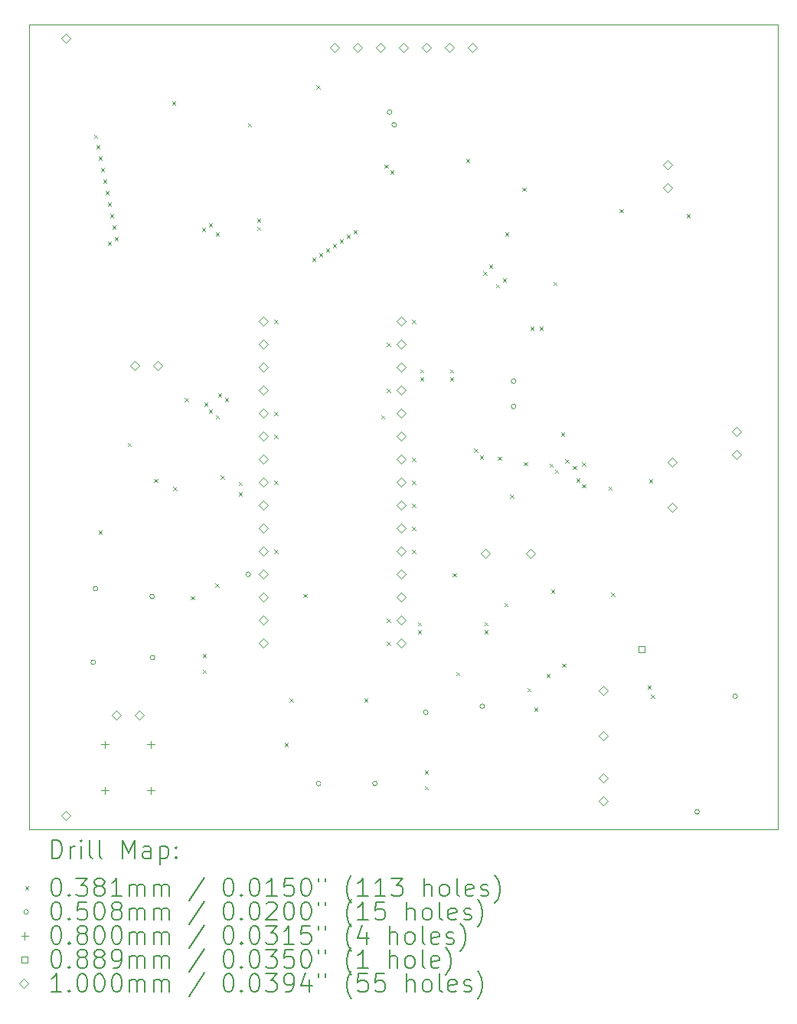
<source format=gbr>
%TF.GenerationSoftware,KiCad,Pcbnew,7.0.8*%
%TF.CreationDate,2023-10-08T14:38:24-06:00*%
%TF.ProjectId,metal detector test,6d657461-6c20-4646-9574-6563746f7220,V2*%
%TF.SameCoordinates,Original*%
%TF.FileFunction,Drillmap*%
%TF.FilePolarity,Positive*%
%FSLAX45Y45*%
G04 Gerber Fmt 4.5, Leading zero omitted, Abs format (unit mm)*
G04 Created by KiCad (PCBNEW 7.0.8) date 2023-10-08 14:38:24*
%MOMM*%
%LPD*%
G01*
G04 APERTURE LIST*
%ADD10C,0.100000*%
%ADD11C,0.200000*%
%ADD12C,0.038100*%
%ADD13C,0.050800*%
%ADD14C,0.080000*%
%ADD15C,0.088900*%
G04 APERTURE END LIST*
D10*
X0Y0D02*
X8280400Y0D01*
X8280400Y-8890000D01*
X0Y-8890000D01*
X0Y0D01*
D11*
D12*
X717550Y-1212850D02*
X755650Y-1250950D01*
X755650Y-1212850D02*
X717550Y-1250950D01*
X742950Y-1327150D02*
X781050Y-1365250D01*
X781050Y-1327150D02*
X742950Y-1365250D01*
X768350Y-1454150D02*
X806450Y-1492250D01*
X806450Y-1454150D02*
X768350Y-1492250D01*
X770890Y-5589270D02*
X808990Y-5627370D01*
X808990Y-5589270D02*
X770890Y-5627370D01*
X793750Y-1581150D02*
X831850Y-1619250D01*
X831850Y-1581150D02*
X793750Y-1619250D01*
X819150Y-1708150D02*
X857250Y-1746250D01*
X857250Y-1708150D02*
X819150Y-1746250D01*
X844550Y-1835150D02*
X882650Y-1873250D01*
X882650Y-1835150D02*
X844550Y-1873250D01*
X869950Y-1962150D02*
X908050Y-2000250D01*
X908050Y-1962150D02*
X869950Y-2000250D01*
X869950Y-2393950D02*
X908050Y-2432050D01*
X908050Y-2393950D02*
X869950Y-2432050D01*
X895350Y-2089150D02*
X933450Y-2127250D01*
X933450Y-2089150D02*
X895350Y-2127250D01*
X920750Y-2216150D02*
X958850Y-2254250D01*
X958850Y-2216150D02*
X920750Y-2254250D01*
X946150Y-2343150D02*
X984250Y-2381250D01*
X984250Y-2343150D02*
X946150Y-2381250D01*
X1090930Y-4616450D02*
X1129030Y-4654550D01*
X1129030Y-4616450D02*
X1090930Y-4654550D01*
X1383030Y-5015230D02*
X1421130Y-5053330D01*
X1421130Y-5015230D02*
X1383030Y-5053330D01*
X1581150Y-844550D02*
X1619250Y-882650D01*
X1619250Y-844550D02*
X1581150Y-882650D01*
X1593850Y-5104130D02*
X1631950Y-5142230D01*
X1631950Y-5104130D02*
X1593850Y-5142230D01*
X1723390Y-4121150D02*
X1761490Y-4159250D01*
X1761490Y-4121150D02*
X1723390Y-4159250D01*
X1789430Y-6310630D02*
X1827530Y-6348730D01*
X1827530Y-6310630D02*
X1789430Y-6348730D01*
X1911350Y-2241550D02*
X1949450Y-2279650D01*
X1949450Y-2241550D02*
X1911350Y-2279650D01*
X1921510Y-6950710D02*
X1959610Y-6988810D01*
X1959610Y-6950710D02*
X1921510Y-6988810D01*
X1921510Y-7123430D02*
X1959610Y-7161530D01*
X1959610Y-7123430D02*
X1921510Y-7161530D01*
X1936750Y-4171950D02*
X1974850Y-4210050D01*
X1974850Y-4171950D02*
X1936750Y-4210050D01*
X1987550Y-2190750D02*
X2025650Y-2228850D01*
X2025650Y-2190750D02*
X1987550Y-2228850D01*
X1987550Y-4248150D02*
X2025650Y-4286250D01*
X2025650Y-4248150D02*
X1987550Y-4286250D01*
X2061210Y-6170930D02*
X2099310Y-6209030D01*
X2099310Y-6170930D02*
X2061210Y-6209030D01*
X2063750Y-2292350D02*
X2101850Y-2330450D01*
X2101850Y-2292350D02*
X2063750Y-2330450D01*
X2063750Y-4311650D02*
X2101850Y-4349750D01*
X2101850Y-4311650D02*
X2063750Y-4349750D01*
X2089150Y-4070350D02*
X2127250Y-4108450D01*
X2127250Y-4070350D02*
X2089150Y-4108450D01*
X2119630Y-4979670D02*
X2157730Y-5017770D01*
X2157730Y-4979670D02*
X2119630Y-5017770D01*
X2165350Y-4121150D02*
X2203450Y-4159250D01*
X2203450Y-4121150D02*
X2165350Y-4159250D01*
X2317750Y-5048250D02*
X2355850Y-5086350D01*
X2355850Y-5048250D02*
X2317750Y-5086350D01*
X2317750Y-5162550D02*
X2355850Y-5200650D01*
X2355850Y-5162550D02*
X2317750Y-5200650D01*
X2419350Y-1085850D02*
X2457450Y-1123950D01*
X2457450Y-1085850D02*
X2419350Y-1123950D01*
X2520950Y-2139950D02*
X2559050Y-2178050D01*
X2559050Y-2139950D02*
X2520950Y-2178050D01*
X2520950Y-2228850D02*
X2559050Y-2266950D01*
X2559050Y-2228850D02*
X2520950Y-2266950D01*
X2711450Y-3257550D02*
X2749550Y-3295650D01*
X2749550Y-3257550D02*
X2711450Y-3295650D01*
X2711450Y-4273550D02*
X2749550Y-4311650D01*
X2749550Y-4273550D02*
X2711450Y-4311650D01*
X2711450Y-4527550D02*
X2749550Y-4565650D01*
X2749550Y-4527550D02*
X2711450Y-4565650D01*
X2711450Y-5035550D02*
X2749550Y-5073650D01*
X2749550Y-5035550D02*
X2711450Y-5073650D01*
X2711450Y-5797550D02*
X2749550Y-5835650D01*
X2749550Y-5797550D02*
X2711450Y-5835650D01*
X2825750Y-7931150D02*
X2863850Y-7969250D01*
X2863850Y-7931150D02*
X2825750Y-7969250D01*
X2884170Y-7440930D02*
X2922270Y-7479030D01*
X2922270Y-7440930D02*
X2884170Y-7479030D01*
X3034030Y-6287770D02*
X3072130Y-6325870D01*
X3072130Y-6287770D02*
X3034030Y-6325870D01*
X3130550Y-2571750D02*
X3168650Y-2609850D01*
X3168650Y-2571750D02*
X3130550Y-2609850D01*
X3178810Y-666750D02*
X3216910Y-704850D01*
X3216910Y-666750D02*
X3178810Y-704850D01*
X3206750Y-2520950D02*
X3244850Y-2559050D01*
X3244850Y-2520950D02*
X3206750Y-2559050D01*
X3282950Y-2470150D02*
X3321050Y-2508250D01*
X3321050Y-2470150D02*
X3282950Y-2508250D01*
X3359150Y-2419350D02*
X3397250Y-2457450D01*
X3397250Y-2419350D02*
X3359150Y-2457450D01*
X3435350Y-2368550D02*
X3473450Y-2406650D01*
X3473450Y-2368550D02*
X3435350Y-2406650D01*
X3511550Y-2317750D02*
X3549650Y-2355850D01*
X3549650Y-2317750D02*
X3511550Y-2355850D01*
X3587750Y-2266950D02*
X3625850Y-2305050D01*
X3625850Y-2266950D02*
X3587750Y-2305050D01*
X3707130Y-7440930D02*
X3745230Y-7479030D01*
X3745230Y-7440930D02*
X3707130Y-7479030D01*
X3892550Y-4311650D02*
X3930650Y-4349750D01*
X3930650Y-4311650D02*
X3892550Y-4349750D01*
X3930650Y-1543050D02*
X3968750Y-1581150D01*
X3968750Y-1543050D02*
X3930650Y-1581150D01*
X3956050Y-3511550D02*
X3994150Y-3549650D01*
X3994150Y-3511550D02*
X3956050Y-3549650D01*
X3956050Y-4019550D02*
X3994150Y-4057650D01*
X3994150Y-4019550D02*
X3956050Y-4057650D01*
X3956050Y-6559550D02*
X3994150Y-6597650D01*
X3994150Y-6559550D02*
X3956050Y-6597650D01*
X3956050Y-6813550D02*
X3994150Y-6851650D01*
X3994150Y-6813550D02*
X3956050Y-6851650D01*
X3994150Y-1606550D02*
X4032250Y-1644650D01*
X4032250Y-1606550D02*
X3994150Y-1644650D01*
X4235450Y-3257550D02*
X4273550Y-3295650D01*
X4273550Y-3257550D02*
X4235450Y-3295650D01*
X4235450Y-4781550D02*
X4273550Y-4819650D01*
X4273550Y-4781550D02*
X4235450Y-4819650D01*
X4235450Y-5035550D02*
X4273550Y-5073650D01*
X4273550Y-5035550D02*
X4235450Y-5073650D01*
X4235450Y-5289550D02*
X4273550Y-5327650D01*
X4273550Y-5289550D02*
X4235450Y-5327650D01*
X4235450Y-5543550D02*
X4273550Y-5581650D01*
X4273550Y-5543550D02*
X4235450Y-5581650D01*
X4235450Y-5797550D02*
X4273550Y-5835650D01*
X4273550Y-5797550D02*
X4235450Y-5835650D01*
X4298950Y-6597650D02*
X4337050Y-6635750D01*
X4337050Y-6597650D02*
X4298950Y-6635750D01*
X4298950Y-6686550D02*
X4337050Y-6724650D01*
X4337050Y-6686550D02*
X4298950Y-6724650D01*
X4324350Y-3803650D02*
X4362450Y-3841750D01*
X4362450Y-3803650D02*
X4324350Y-3841750D01*
X4324350Y-3892550D02*
X4362450Y-3930650D01*
X4362450Y-3892550D02*
X4324350Y-3930650D01*
X4375150Y-8411210D02*
X4413250Y-8449310D01*
X4413250Y-8411210D02*
X4375150Y-8449310D01*
X4377690Y-8238490D02*
X4415790Y-8276590D01*
X4415790Y-8238490D02*
X4377690Y-8276590D01*
X4654550Y-3803650D02*
X4692650Y-3841750D01*
X4692650Y-3803650D02*
X4654550Y-3841750D01*
X4654550Y-3892550D02*
X4692650Y-3930650D01*
X4692650Y-3892550D02*
X4654550Y-3930650D01*
X4685030Y-6059170D02*
X4723130Y-6097270D01*
X4723130Y-6059170D02*
X4685030Y-6097270D01*
X4725670Y-7151370D02*
X4763770Y-7189470D01*
X4763770Y-7151370D02*
X4725670Y-7189470D01*
X4832350Y-1479550D02*
X4870450Y-1517650D01*
X4870450Y-1479550D02*
X4832350Y-1517650D01*
X4921250Y-4679950D02*
X4959350Y-4718050D01*
X4959350Y-4679950D02*
X4921250Y-4718050D01*
X4984750Y-4756150D02*
X5022850Y-4794250D01*
X5022850Y-4756150D02*
X4984750Y-4794250D01*
X5022850Y-2724150D02*
X5060950Y-2762250D01*
X5060950Y-2724150D02*
X5022850Y-2762250D01*
X5035550Y-6597650D02*
X5073650Y-6635750D01*
X5073650Y-6597650D02*
X5035550Y-6635750D01*
X5035550Y-6686550D02*
X5073650Y-6724650D01*
X5073650Y-6686550D02*
X5035550Y-6724650D01*
X5086350Y-2647950D02*
X5124450Y-2686050D01*
X5124450Y-2647950D02*
X5086350Y-2686050D01*
X5162550Y-2863850D02*
X5200650Y-2901950D01*
X5200650Y-2863850D02*
X5162550Y-2901950D01*
X5185410Y-4768850D02*
X5223510Y-4806950D01*
X5223510Y-4768850D02*
X5185410Y-4806950D01*
X5238750Y-2800350D02*
X5276850Y-2838450D01*
X5276850Y-2800350D02*
X5238750Y-2838450D01*
X5259070Y-6386830D02*
X5297170Y-6424930D01*
X5297170Y-6386830D02*
X5259070Y-6424930D01*
X5264150Y-2292350D02*
X5302250Y-2330450D01*
X5302250Y-2292350D02*
X5264150Y-2330450D01*
X5322570Y-5187950D02*
X5360670Y-5226050D01*
X5360670Y-5187950D02*
X5322570Y-5226050D01*
X5454650Y-1797050D02*
X5492750Y-1835150D01*
X5492750Y-1797050D02*
X5454650Y-1835150D01*
X5474970Y-4829810D02*
X5513070Y-4867910D01*
X5513070Y-4829810D02*
X5474970Y-4867910D01*
X5510530Y-7326630D02*
X5548630Y-7364730D01*
X5548630Y-7326630D02*
X5510530Y-7364730D01*
X5543550Y-3333750D02*
X5581650Y-3371850D01*
X5581650Y-3333750D02*
X5543550Y-3371850D01*
X5589270Y-7545070D02*
X5627370Y-7583170D01*
X5627370Y-7545070D02*
X5589270Y-7583170D01*
X5645150Y-3333750D02*
X5683250Y-3371850D01*
X5683250Y-3333750D02*
X5645150Y-3371850D01*
X5723890Y-7171690D02*
X5761990Y-7209790D01*
X5761990Y-7171690D02*
X5723890Y-7209790D01*
X5756910Y-4845050D02*
X5795010Y-4883150D01*
X5795010Y-4845050D02*
X5756910Y-4883150D01*
X5772150Y-6239510D02*
X5810250Y-6277610D01*
X5810250Y-6239510D02*
X5772150Y-6277610D01*
X5797550Y-2838450D02*
X5835650Y-2876550D01*
X5835650Y-2838450D02*
X5797550Y-2876550D01*
X5817870Y-4913630D02*
X5855970Y-4951730D01*
X5855970Y-4913630D02*
X5817870Y-4951730D01*
X5883910Y-4502150D02*
X5922010Y-4540250D01*
X5922010Y-4502150D02*
X5883910Y-4540250D01*
X5896610Y-7054850D02*
X5934710Y-7092950D01*
X5934710Y-7054850D02*
X5896610Y-7092950D01*
X5929630Y-4801870D02*
X5967730Y-4839970D01*
X5967730Y-4801870D02*
X5929630Y-4839970D01*
X6013450Y-4870450D02*
X6051550Y-4908550D01*
X6051550Y-4870450D02*
X6013450Y-4908550D01*
X6051550Y-5010150D02*
X6089650Y-5048250D01*
X6089650Y-5010150D02*
X6051550Y-5048250D01*
X6115050Y-4832350D02*
X6153150Y-4870450D01*
X6153150Y-4832350D02*
X6115050Y-4870450D01*
X6115050Y-5073650D02*
X6153150Y-5111750D01*
X6153150Y-5073650D02*
X6115050Y-5111750D01*
X6407150Y-5099050D02*
X6445250Y-5137150D01*
X6445250Y-5099050D02*
X6407150Y-5137150D01*
X6440170Y-6275070D02*
X6478270Y-6313170D01*
X6478270Y-6275070D02*
X6440170Y-6313170D01*
X6532000Y-2036200D02*
X6570100Y-2074300D01*
X6570100Y-2036200D02*
X6532000Y-2074300D01*
X6838950Y-7296150D02*
X6877050Y-7334250D01*
X6877050Y-7296150D02*
X6838950Y-7334250D01*
X6859270Y-5020310D02*
X6897370Y-5058410D01*
X6897370Y-5020310D02*
X6859270Y-5058410D01*
X6877050Y-7397750D02*
X6915150Y-7435850D01*
X6915150Y-7397750D02*
X6877050Y-7435850D01*
X7270750Y-2089150D02*
X7308850Y-2127250D01*
X7308850Y-2089150D02*
X7270750Y-2127250D01*
D13*
X736600Y-7042650D02*
G75*
G03*
X736600Y-7042650I-25400J0D01*
G01*
X762000Y-6229850D02*
G75*
G03*
X762000Y-6229850I-25400J0D01*
G01*
X1386840Y-6314440D02*
G75*
G03*
X1386840Y-6314440I-25400J0D01*
G01*
X1391920Y-6990080D02*
G75*
G03*
X1391920Y-6990080I-25400J0D01*
G01*
X2451100Y-6070600D02*
G75*
G03*
X2451100Y-6070600I-25400J0D01*
G01*
X3228340Y-8382000D02*
G75*
G03*
X3228340Y-8382000I-25400J0D01*
G01*
X3850640Y-8382000D02*
G75*
G03*
X3850640Y-8382000I-25400J0D01*
G01*
X4013200Y-965200D02*
G75*
G03*
X4013200Y-965200I-25400J0D01*
G01*
X4064000Y-1104900D02*
G75*
G03*
X4064000Y-1104900I-25400J0D01*
G01*
X4414520Y-7594600D02*
G75*
G03*
X4414520Y-7594600I-25400J0D01*
G01*
X5039360Y-7528560D02*
G75*
G03*
X5039360Y-7528560I-25400J0D01*
G01*
X5384800Y-3937000D02*
G75*
G03*
X5384800Y-3937000I-25400J0D01*
G01*
X5384800Y-4216400D02*
G75*
G03*
X5384800Y-4216400I-25400J0D01*
G01*
X7414260Y-8694420D02*
G75*
G03*
X7414260Y-8694420I-25400J0D01*
G01*
X7835900Y-7416800D02*
G75*
G03*
X7835900Y-7416800I-25400J0D01*
G01*
D14*
X838200Y-7910200D02*
X838200Y-7990200D01*
X798200Y-7950200D02*
X878200Y-7950200D01*
X838200Y-8418200D02*
X838200Y-8498200D01*
X798200Y-8458200D02*
X878200Y-8458200D01*
X1346200Y-7910200D02*
X1346200Y-7990200D01*
X1306200Y-7950200D02*
X1386200Y-7950200D01*
X1346200Y-8418200D02*
X1346200Y-8498200D01*
X1306200Y-8458200D02*
X1386200Y-8458200D01*
D15*
X6808151Y-6930071D02*
X6808151Y-6867209D01*
X6745289Y-6867209D01*
X6745289Y-6930071D01*
X6808151Y-6930071D01*
D10*
X406400Y-202400D02*
X456400Y-152400D01*
X406400Y-102400D01*
X356400Y-152400D01*
X406400Y-202400D01*
X406400Y-8787600D02*
X456400Y-8737600D01*
X406400Y-8687600D01*
X356400Y-8737600D01*
X406400Y-8787600D01*
X968800Y-7676850D02*
X1018800Y-7626850D01*
X968800Y-7576850D01*
X918800Y-7626850D01*
X968800Y-7676850D01*
X1173000Y-3816050D02*
X1223000Y-3766050D01*
X1173000Y-3716050D01*
X1123000Y-3766050D01*
X1173000Y-3816050D01*
X1222800Y-7676850D02*
X1272800Y-7626850D01*
X1222800Y-7576850D01*
X1172800Y-7626850D01*
X1222800Y-7676850D01*
X1427000Y-3816050D02*
X1477000Y-3766050D01*
X1427000Y-3716050D01*
X1377000Y-3766050D01*
X1427000Y-3816050D01*
X2590800Y-3326600D02*
X2640800Y-3276600D01*
X2590800Y-3226600D01*
X2540800Y-3276600D01*
X2590800Y-3326600D01*
X2590800Y-3580600D02*
X2640800Y-3530600D01*
X2590800Y-3480600D01*
X2540800Y-3530600D01*
X2590800Y-3580600D01*
X2590800Y-3834600D02*
X2640800Y-3784600D01*
X2590800Y-3734600D01*
X2540800Y-3784600D01*
X2590800Y-3834600D01*
X2590800Y-4088600D02*
X2640800Y-4038600D01*
X2590800Y-3988600D01*
X2540800Y-4038600D01*
X2590800Y-4088600D01*
X2590800Y-4342600D02*
X2640800Y-4292600D01*
X2590800Y-4242600D01*
X2540800Y-4292600D01*
X2590800Y-4342600D01*
X2590800Y-4596600D02*
X2640800Y-4546600D01*
X2590800Y-4496600D01*
X2540800Y-4546600D01*
X2590800Y-4596600D01*
X2590800Y-4850600D02*
X2640800Y-4800600D01*
X2590800Y-4750600D01*
X2540800Y-4800600D01*
X2590800Y-4850600D01*
X2590800Y-5104600D02*
X2640800Y-5054600D01*
X2590800Y-5004600D01*
X2540800Y-5054600D01*
X2590800Y-5104600D01*
X2590800Y-5358600D02*
X2640800Y-5308600D01*
X2590800Y-5258600D01*
X2540800Y-5308600D01*
X2590800Y-5358600D01*
X2590800Y-5612600D02*
X2640800Y-5562600D01*
X2590800Y-5512600D01*
X2540800Y-5562600D01*
X2590800Y-5612600D01*
X2590800Y-5866600D02*
X2640800Y-5816600D01*
X2590800Y-5766600D01*
X2540800Y-5816600D01*
X2590800Y-5866600D01*
X2590800Y-6120600D02*
X2640800Y-6070600D01*
X2590800Y-6020600D01*
X2540800Y-6070600D01*
X2590800Y-6120600D01*
X2590800Y-6374600D02*
X2640800Y-6324600D01*
X2590800Y-6274600D01*
X2540800Y-6324600D01*
X2590800Y-6374600D01*
X2590800Y-6628600D02*
X2640800Y-6578600D01*
X2590800Y-6528600D01*
X2540800Y-6578600D01*
X2590800Y-6628600D01*
X2590800Y-6882600D02*
X2640800Y-6832600D01*
X2590800Y-6782600D01*
X2540800Y-6832600D01*
X2590800Y-6882600D01*
X3378200Y-301460D02*
X3428200Y-251460D01*
X3378200Y-201460D01*
X3328200Y-251460D01*
X3378200Y-301460D01*
X3632200Y-301460D02*
X3682200Y-251460D01*
X3632200Y-201460D01*
X3582200Y-251460D01*
X3632200Y-301460D01*
X3886200Y-301460D02*
X3936200Y-251460D01*
X3886200Y-201460D01*
X3836200Y-251460D01*
X3886200Y-301460D01*
X4114800Y-3326600D02*
X4164800Y-3276600D01*
X4114800Y-3226600D01*
X4064800Y-3276600D01*
X4114800Y-3326600D01*
X4114800Y-3580600D02*
X4164800Y-3530600D01*
X4114800Y-3480600D01*
X4064800Y-3530600D01*
X4114800Y-3580600D01*
X4114800Y-3834600D02*
X4164800Y-3784600D01*
X4114800Y-3734600D01*
X4064800Y-3784600D01*
X4114800Y-3834600D01*
X4114800Y-4088600D02*
X4164800Y-4038600D01*
X4114800Y-3988600D01*
X4064800Y-4038600D01*
X4114800Y-4088600D01*
X4114800Y-4342600D02*
X4164800Y-4292600D01*
X4114800Y-4242600D01*
X4064800Y-4292600D01*
X4114800Y-4342600D01*
X4114800Y-4596600D02*
X4164800Y-4546600D01*
X4114800Y-4496600D01*
X4064800Y-4546600D01*
X4114800Y-4596600D01*
X4114800Y-4850600D02*
X4164800Y-4800600D01*
X4114800Y-4750600D01*
X4064800Y-4800600D01*
X4114800Y-4850600D01*
X4114800Y-5104600D02*
X4164800Y-5054600D01*
X4114800Y-5004600D01*
X4064800Y-5054600D01*
X4114800Y-5104600D01*
X4114800Y-5358600D02*
X4164800Y-5308600D01*
X4114800Y-5258600D01*
X4064800Y-5308600D01*
X4114800Y-5358600D01*
X4114800Y-5612600D02*
X4164800Y-5562600D01*
X4114800Y-5512600D01*
X4064800Y-5562600D01*
X4114800Y-5612600D01*
X4114800Y-5866600D02*
X4164800Y-5816600D01*
X4114800Y-5766600D01*
X4064800Y-5816600D01*
X4114800Y-5866600D01*
X4114800Y-6120600D02*
X4164800Y-6070600D01*
X4114800Y-6020600D01*
X4064800Y-6070600D01*
X4114800Y-6120600D01*
X4114800Y-6374600D02*
X4164800Y-6324600D01*
X4114800Y-6274600D01*
X4064800Y-6324600D01*
X4114800Y-6374600D01*
X4114800Y-6628600D02*
X4164800Y-6578600D01*
X4114800Y-6528600D01*
X4064800Y-6578600D01*
X4114800Y-6628600D01*
X4114800Y-6882600D02*
X4164800Y-6832600D01*
X4114800Y-6782600D01*
X4064800Y-6832600D01*
X4114800Y-6882600D01*
X4140200Y-301460D02*
X4190200Y-251460D01*
X4140200Y-201460D01*
X4090200Y-251460D01*
X4140200Y-301460D01*
X4394200Y-301460D02*
X4444200Y-251460D01*
X4394200Y-201460D01*
X4344200Y-251460D01*
X4394200Y-301460D01*
X4648200Y-301460D02*
X4698200Y-251460D01*
X4648200Y-201460D01*
X4598200Y-251460D01*
X4648200Y-301460D01*
X4902200Y-301460D02*
X4952200Y-251460D01*
X4902200Y-201460D01*
X4852200Y-251460D01*
X4902200Y-301460D01*
X5045368Y-5892000D02*
X5095368Y-5842000D01*
X5045368Y-5792000D01*
X4995368Y-5842000D01*
X5045368Y-5892000D01*
X5545368Y-5892000D02*
X5595368Y-5842000D01*
X5545368Y-5792000D01*
X5495368Y-5842000D01*
X5545368Y-5892000D01*
X6350000Y-7407832D02*
X6400000Y-7357832D01*
X6350000Y-7307832D01*
X6300000Y-7357832D01*
X6350000Y-7407832D01*
X6350000Y-7907832D02*
X6400000Y-7857832D01*
X6350000Y-7807832D01*
X6300000Y-7857832D01*
X6350000Y-7907832D01*
X6350000Y-8368500D02*
X6400000Y-8318500D01*
X6350000Y-8268500D01*
X6300000Y-8318500D01*
X6350000Y-8368500D01*
X6350000Y-8622500D02*
X6400000Y-8572500D01*
X6350000Y-8522500D01*
X6300000Y-8572500D01*
X6350000Y-8622500D01*
X7061200Y-1599400D02*
X7111200Y-1549400D01*
X7061200Y-1499400D01*
X7011200Y-1549400D01*
X7061200Y-1599400D01*
X7061200Y-1853400D02*
X7111200Y-1803400D01*
X7061200Y-1753400D01*
X7011200Y-1803400D01*
X7061200Y-1853400D01*
X7112000Y-4882008D02*
X7162000Y-4832008D01*
X7112000Y-4782008D01*
X7062000Y-4832008D01*
X7112000Y-4882008D01*
X7112000Y-5382008D02*
X7162000Y-5332008D01*
X7112000Y-5282008D01*
X7062000Y-5332008D01*
X7112000Y-5382008D01*
X7823200Y-4546300D02*
X7873200Y-4496300D01*
X7823200Y-4446300D01*
X7773200Y-4496300D01*
X7823200Y-4546300D01*
X7823200Y-4800300D02*
X7873200Y-4750300D01*
X7823200Y-4700300D01*
X7773200Y-4750300D01*
X7823200Y-4800300D01*
D11*
X255777Y-9206484D02*
X255777Y-9006484D01*
X255777Y-9006484D02*
X303396Y-9006484D01*
X303396Y-9006484D02*
X331967Y-9016008D01*
X331967Y-9016008D02*
X351015Y-9035055D01*
X351015Y-9035055D02*
X360539Y-9054103D01*
X360539Y-9054103D02*
X370062Y-9092198D01*
X370062Y-9092198D02*
X370062Y-9120770D01*
X370062Y-9120770D02*
X360539Y-9158865D01*
X360539Y-9158865D02*
X351015Y-9177912D01*
X351015Y-9177912D02*
X331967Y-9196960D01*
X331967Y-9196960D02*
X303396Y-9206484D01*
X303396Y-9206484D02*
X255777Y-9206484D01*
X455777Y-9206484D02*
X455777Y-9073150D01*
X455777Y-9111246D02*
X465301Y-9092198D01*
X465301Y-9092198D02*
X474824Y-9082674D01*
X474824Y-9082674D02*
X493872Y-9073150D01*
X493872Y-9073150D02*
X512920Y-9073150D01*
X579586Y-9206484D02*
X579586Y-9073150D01*
X579586Y-9006484D02*
X570063Y-9016008D01*
X570063Y-9016008D02*
X579586Y-9025531D01*
X579586Y-9025531D02*
X589110Y-9016008D01*
X589110Y-9016008D02*
X579586Y-9006484D01*
X579586Y-9006484D02*
X579586Y-9025531D01*
X703396Y-9206484D02*
X684348Y-9196960D01*
X684348Y-9196960D02*
X674824Y-9177912D01*
X674824Y-9177912D02*
X674824Y-9006484D01*
X808158Y-9206484D02*
X789110Y-9196960D01*
X789110Y-9196960D02*
X779586Y-9177912D01*
X779586Y-9177912D02*
X779586Y-9006484D01*
X1036729Y-9206484D02*
X1036729Y-9006484D01*
X1036729Y-9006484D02*
X1103396Y-9149341D01*
X1103396Y-9149341D02*
X1170063Y-9006484D01*
X1170063Y-9006484D02*
X1170063Y-9206484D01*
X1351015Y-9206484D02*
X1351015Y-9101722D01*
X1351015Y-9101722D02*
X1341491Y-9082674D01*
X1341491Y-9082674D02*
X1322444Y-9073150D01*
X1322444Y-9073150D02*
X1284348Y-9073150D01*
X1284348Y-9073150D02*
X1265301Y-9082674D01*
X1351015Y-9196960D02*
X1331967Y-9206484D01*
X1331967Y-9206484D02*
X1284348Y-9206484D01*
X1284348Y-9206484D02*
X1265301Y-9196960D01*
X1265301Y-9196960D02*
X1255777Y-9177912D01*
X1255777Y-9177912D02*
X1255777Y-9158865D01*
X1255777Y-9158865D02*
X1265301Y-9139817D01*
X1265301Y-9139817D02*
X1284348Y-9130293D01*
X1284348Y-9130293D02*
X1331967Y-9130293D01*
X1331967Y-9130293D02*
X1351015Y-9120770D01*
X1446253Y-9073150D02*
X1446253Y-9273150D01*
X1446253Y-9082674D02*
X1465301Y-9073150D01*
X1465301Y-9073150D02*
X1503396Y-9073150D01*
X1503396Y-9073150D02*
X1522443Y-9082674D01*
X1522443Y-9082674D02*
X1531967Y-9092198D01*
X1531967Y-9092198D02*
X1541491Y-9111246D01*
X1541491Y-9111246D02*
X1541491Y-9168389D01*
X1541491Y-9168389D02*
X1531967Y-9187436D01*
X1531967Y-9187436D02*
X1522443Y-9196960D01*
X1522443Y-9196960D02*
X1503396Y-9206484D01*
X1503396Y-9206484D02*
X1465301Y-9206484D01*
X1465301Y-9206484D02*
X1446253Y-9196960D01*
X1627205Y-9187436D02*
X1636729Y-9196960D01*
X1636729Y-9196960D02*
X1627205Y-9206484D01*
X1627205Y-9206484D02*
X1617682Y-9196960D01*
X1617682Y-9196960D02*
X1627205Y-9187436D01*
X1627205Y-9187436D02*
X1627205Y-9206484D01*
X1627205Y-9082674D02*
X1636729Y-9092198D01*
X1636729Y-9092198D02*
X1627205Y-9101722D01*
X1627205Y-9101722D02*
X1617682Y-9092198D01*
X1617682Y-9092198D02*
X1627205Y-9082674D01*
X1627205Y-9082674D02*
X1627205Y-9101722D01*
D12*
X-43100Y-9515950D02*
X-5000Y-9554050D01*
X-5000Y-9515950D02*
X-43100Y-9554050D01*
D11*
X293872Y-9426484D02*
X312920Y-9426484D01*
X312920Y-9426484D02*
X331967Y-9436008D01*
X331967Y-9436008D02*
X341491Y-9445531D01*
X341491Y-9445531D02*
X351015Y-9464579D01*
X351015Y-9464579D02*
X360539Y-9502674D01*
X360539Y-9502674D02*
X360539Y-9550293D01*
X360539Y-9550293D02*
X351015Y-9588389D01*
X351015Y-9588389D02*
X341491Y-9607436D01*
X341491Y-9607436D02*
X331967Y-9616960D01*
X331967Y-9616960D02*
X312920Y-9626484D01*
X312920Y-9626484D02*
X293872Y-9626484D01*
X293872Y-9626484D02*
X274824Y-9616960D01*
X274824Y-9616960D02*
X265301Y-9607436D01*
X265301Y-9607436D02*
X255777Y-9588389D01*
X255777Y-9588389D02*
X246253Y-9550293D01*
X246253Y-9550293D02*
X246253Y-9502674D01*
X246253Y-9502674D02*
X255777Y-9464579D01*
X255777Y-9464579D02*
X265301Y-9445531D01*
X265301Y-9445531D02*
X274824Y-9436008D01*
X274824Y-9436008D02*
X293872Y-9426484D01*
X446253Y-9607436D02*
X455777Y-9616960D01*
X455777Y-9616960D02*
X446253Y-9626484D01*
X446253Y-9626484D02*
X436729Y-9616960D01*
X436729Y-9616960D02*
X446253Y-9607436D01*
X446253Y-9607436D02*
X446253Y-9626484D01*
X522443Y-9426484D02*
X646253Y-9426484D01*
X646253Y-9426484D02*
X579586Y-9502674D01*
X579586Y-9502674D02*
X608158Y-9502674D01*
X608158Y-9502674D02*
X627205Y-9512198D01*
X627205Y-9512198D02*
X636729Y-9521722D01*
X636729Y-9521722D02*
X646253Y-9540770D01*
X646253Y-9540770D02*
X646253Y-9588389D01*
X646253Y-9588389D02*
X636729Y-9607436D01*
X636729Y-9607436D02*
X627205Y-9616960D01*
X627205Y-9616960D02*
X608158Y-9626484D01*
X608158Y-9626484D02*
X551015Y-9626484D01*
X551015Y-9626484D02*
X531967Y-9616960D01*
X531967Y-9616960D02*
X522443Y-9607436D01*
X760539Y-9512198D02*
X741491Y-9502674D01*
X741491Y-9502674D02*
X731967Y-9493150D01*
X731967Y-9493150D02*
X722443Y-9474103D01*
X722443Y-9474103D02*
X722443Y-9464579D01*
X722443Y-9464579D02*
X731967Y-9445531D01*
X731967Y-9445531D02*
X741491Y-9436008D01*
X741491Y-9436008D02*
X760539Y-9426484D01*
X760539Y-9426484D02*
X798634Y-9426484D01*
X798634Y-9426484D02*
X817682Y-9436008D01*
X817682Y-9436008D02*
X827205Y-9445531D01*
X827205Y-9445531D02*
X836729Y-9464579D01*
X836729Y-9464579D02*
X836729Y-9474103D01*
X836729Y-9474103D02*
X827205Y-9493150D01*
X827205Y-9493150D02*
X817682Y-9502674D01*
X817682Y-9502674D02*
X798634Y-9512198D01*
X798634Y-9512198D02*
X760539Y-9512198D01*
X760539Y-9512198D02*
X741491Y-9521722D01*
X741491Y-9521722D02*
X731967Y-9531246D01*
X731967Y-9531246D02*
X722443Y-9550293D01*
X722443Y-9550293D02*
X722443Y-9588389D01*
X722443Y-9588389D02*
X731967Y-9607436D01*
X731967Y-9607436D02*
X741491Y-9616960D01*
X741491Y-9616960D02*
X760539Y-9626484D01*
X760539Y-9626484D02*
X798634Y-9626484D01*
X798634Y-9626484D02*
X817682Y-9616960D01*
X817682Y-9616960D02*
X827205Y-9607436D01*
X827205Y-9607436D02*
X836729Y-9588389D01*
X836729Y-9588389D02*
X836729Y-9550293D01*
X836729Y-9550293D02*
X827205Y-9531246D01*
X827205Y-9531246D02*
X817682Y-9521722D01*
X817682Y-9521722D02*
X798634Y-9512198D01*
X1027205Y-9626484D02*
X912920Y-9626484D01*
X970062Y-9626484D02*
X970062Y-9426484D01*
X970062Y-9426484D02*
X951015Y-9455055D01*
X951015Y-9455055D02*
X931967Y-9474103D01*
X931967Y-9474103D02*
X912920Y-9483627D01*
X1112920Y-9626484D02*
X1112920Y-9493150D01*
X1112920Y-9512198D02*
X1122444Y-9502674D01*
X1122444Y-9502674D02*
X1141491Y-9493150D01*
X1141491Y-9493150D02*
X1170063Y-9493150D01*
X1170063Y-9493150D02*
X1189110Y-9502674D01*
X1189110Y-9502674D02*
X1198634Y-9521722D01*
X1198634Y-9521722D02*
X1198634Y-9626484D01*
X1198634Y-9521722D02*
X1208158Y-9502674D01*
X1208158Y-9502674D02*
X1227205Y-9493150D01*
X1227205Y-9493150D02*
X1255777Y-9493150D01*
X1255777Y-9493150D02*
X1274825Y-9502674D01*
X1274825Y-9502674D02*
X1284348Y-9521722D01*
X1284348Y-9521722D02*
X1284348Y-9626484D01*
X1379586Y-9626484D02*
X1379586Y-9493150D01*
X1379586Y-9512198D02*
X1389110Y-9502674D01*
X1389110Y-9502674D02*
X1408158Y-9493150D01*
X1408158Y-9493150D02*
X1436729Y-9493150D01*
X1436729Y-9493150D02*
X1455777Y-9502674D01*
X1455777Y-9502674D02*
X1465301Y-9521722D01*
X1465301Y-9521722D02*
X1465301Y-9626484D01*
X1465301Y-9521722D02*
X1474824Y-9502674D01*
X1474824Y-9502674D02*
X1493872Y-9493150D01*
X1493872Y-9493150D02*
X1522443Y-9493150D01*
X1522443Y-9493150D02*
X1541491Y-9502674D01*
X1541491Y-9502674D02*
X1551015Y-9521722D01*
X1551015Y-9521722D02*
X1551015Y-9626484D01*
X1941491Y-9416960D02*
X1770063Y-9674103D01*
X2198634Y-9426484D02*
X2217682Y-9426484D01*
X2217682Y-9426484D02*
X2236729Y-9436008D01*
X2236729Y-9436008D02*
X2246253Y-9445531D01*
X2246253Y-9445531D02*
X2255777Y-9464579D01*
X2255777Y-9464579D02*
X2265301Y-9502674D01*
X2265301Y-9502674D02*
X2265301Y-9550293D01*
X2265301Y-9550293D02*
X2255777Y-9588389D01*
X2255777Y-9588389D02*
X2246253Y-9607436D01*
X2246253Y-9607436D02*
X2236729Y-9616960D01*
X2236729Y-9616960D02*
X2217682Y-9626484D01*
X2217682Y-9626484D02*
X2198634Y-9626484D01*
X2198634Y-9626484D02*
X2179587Y-9616960D01*
X2179587Y-9616960D02*
X2170063Y-9607436D01*
X2170063Y-9607436D02*
X2160539Y-9588389D01*
X2160539Y-9588389D02*
X2151015Y-9550293D01*
X2151015Y-9550293D02*
X2151015Y-9502674D01*
X2151015Y-9502674D02*
X2160539Y-9464579D01*
X2160539Y-9464579D02*
X2170063Y-9445531D01*
X2170063Y-9445531D02*
X2179587Y-9436008D01*
X2179587Y-9436008D02*
X2198634Y-9426484D01*
X2351015Y-9607436D02*
X2360539Y-9616960D01*
X2360539Y-9616960D02*
X2351015Y-9626484D01*
X2351015Y-9626484D02*
X2341491Y-9616960D01*
X2341491Y-9616960D02*
X2351015Y-9607436D01*
X2351015Y-9607436D02*
X2351015Y-9626484D01*
X2484348Y-9426484D02*
X2503396Y-9426484D01*
X2503396Y-9426484D02*
X2522444Y-9436008D01*
X2522444Y-9436008D02*
X2531968Y-9445531D01*
X2531968Y-9445531D02*
X2541491Y-9464579D01*
X2541491Y-9464579D02*
X2551015Y-9502674D01*
X2551015Y-9502674D02*
X2551015Y-9550293D01*
X2551015Y-9550293D02*
X2541491Y-9588389D01*
X2541491Y-9588389D02*
X2531968Y-9607436D01*
X2531968Y-9607436D02*
X2522444Y-9616960D01*
X2522444Y-9616960D02*
X2503396Y-9626484D01*
X2503396Y-9626484D02*
X2484348Y-9626484D01*
X2484348Y-9626484D02*
X2465301Y-9616960D01*
X2465301Y-9616960D02*
X2455777Y-9607436D01*
X2455777Y-9607436D02*
X2446253Y-9588389D01*
X2446253Y-9588389D02*
X2436729Y-9550293D01*
X2436729Y-9550293D02*
X2436729Y-9502674D01*
X2436729Y-9502674D02*
X2446253Y-9464579D01*
X2446253Y-9464579D02*
X2455777Y-9445531D01*
X2455777Y-9445531D02*
X2465301Y-9436008D01*
X2465301Y-9436008D02*
X2484348Y-9426484D01*
X2741491Y-9626484D02*
X2627206Y-9626484D01*
X2684348Y-9626484D02*
X2684348Y-9426484D01*
X2684348Y-9426484D02*
X2665301Y-9455055D01*
X2665301Y-9455055D02*
X2646253Y-9474103D01*
X2646253Y-9474103D02*
X2627206Y-9483627D01*
X2922444Y-9426484D02*
X2827206Y-9426484D01*
X2827206Y-9426484D02*
X2817682Y-9521722D01*
X2817682Y-9521722D02*
X2827206Y-9512198D01*
X2827206Y-9512198D02*
X2846253Y-9502674D01*
X2846253Y-9502674D02*
X2893872Y-9502674D01*
X2893872Y-9502674D02*
X2912920Y-9512198D01*
X2912920Y-9512198D02*
X2922444Y-9521722D01*
X2922444Y-9521722D02*
X2931967Y-9540770D01*
X2931967Y-9540770D02*
X2931967Y-9588389D01*
X2931967Y-9588389D02*
X2922444Y-9607436D01*
X2922444Y-9607436D02*
X2912920Y-9616960D01*
X2912920Y-9616960D02*
X2893872Y-9626484D01*
X2893872Y-9626484D02*
X2846253Y-9626484D01*
X2846253Y-9626484D02*
X2827206Y-9616960D01*
X2827206Y-9616960D02*
X2817682Y-9607436D01*
X3055777Y-9426484D02*
X3074825Y-9426484D01*
X3074825Y-9426484D02*
X3093872Y-9436008D01*
X3093872Y-9436008D02*
X3103396Y-9445531D01*
X3103396Y-9445531D02*
X3112920Y-9464579D01*
X3112920Y-9464579D02*
X3122444Y-9502674D01*
X3122444Y-9502674D02*
X3122444Y-9550293D01*
X3122444Y-9550293D02*
X3112920Y-9588389D01*
X3112920Y-9588389D02*
X3103396Y-9607436D01*
X3103396Y-9607436D02*
X3093872Y-9616960D01*
X3093872Y-9616960D02*
X3074825Y-9626484D01*
X3074825Y-9626484D02*
X3055777Y-9626484D01*
X3055777Y-9626484D02*
X3036729Y-9616960D01*
X3036729Y-9616960D02*
X3027206Y-9607436D01*
X3027206Y-9607436D02*
X3017682Y-9588389D01*
X3017682Y-9588389D02*
X3008158Y-9550293D01*
X3008158Y-9550293D02*
X3008158Y-9502674D01*
X3008158Y-9502674D02*
X3017682Y-9464579D01*
X3017682Y-9464579D02*
X3027206Y-9445531D01*
X3027206Y-9445531D02*
X3036729Y-9436008D01*
X3036729Y-9436008D02*
X3055777Y-9426484D01*
X3198634Y-9426484D02*
X3198634Y-9464579D01*
X3274825Y-9426484D02*
X3274825Y-9464579D01*
X3570063Y-9702674D02*
X3560539Y-9693150D01*
X3560539Y-9693150D02*
X3541491Y-9664579D01*
X3541491Y-9664579D02*
X3531968Y-9645531D01*
X3531968Y-9645531D02*
X3522444Y-9616960D01*
X3522444Y-9616960D02*
X3512920Y-9569341D01*
X3512920Y-9569341D02*
X3512920Y-9531246D01*
X3512920Y-9531246D02*
X3522444Y-9483627D01*
X3522444Y-9483627D02*
X3531968Y-9455055D01*
X3531968Y-9455055D02*
X3541491Y-9436008D01*
X3541491Y-9436008D02*
X3560539Y-9407436D01*
X3560539Y-9407436D02*
X3570063Y-9397912D01*
X3751015Y-9626484D02*
X3636729Y-9626484D01*
X3693872Y-9626484D02*
X3693872Y-9426484D01*
X3693872Y-9426484D02*
X3674825Y-9455055D01*
X3674825Y-9455055D02*
X3655777Y-9474103D01*
X3655777Y-9474103D02*
X3636729Y-9483627D01*
X3941491Y-9626484D02*
X3827206Y-9626484D01*
X3884348Y-9626484D02*
X3884348Y-9426484D01*
X3884348Y-9426484D02*
X3865301Y-9455055D01*
X3865301Y-9455055D02*
X3846253Y-9474103D01*
X3846253Y-9474103D02*
X3827206Y-9483627D01*
X4008158Y-9426484D02*
X4131968Y-9426484D01*
X4131968Y-9426484D02*
X4065301Y-9502674D01*
X4065301Y-9502674D02*
X4093872Y-9502674D01*
X4093872Y-9502674D02*
X4112920Y-9512198D01*
X4112920Y-9512198D02*
X4122444Y-9521722D01*
X4122444Y-9521722D02*
X4131968Y-9540770D01*
X4131968Y-9540770D02*
X4131968Y-9588389D01*
X4131968Y-9588389D02*
X4122444Y-9607436D01*
X4122444Y-9607436D02*
X4112920Y-9616960D01*
X4112920Y-9616960D02*
X4093872Y-9626484D01*
X4093872Y-9626484D02*
X4036729Y-9626484D01*
X4036729Y-9626484D02*
X4017682Y-9616960D01*
X4017682Y-9616960D02*
X4008158Y-9607436D01*
X4370063Y-9626484D02*
X4370063Y-9426484D01*
X4455777Y-9626484D02*
X4455777Y-9521722D01*
X4455777Y-9521722D02*
X4446253Y-9502674D01*
X4446253Y-9502674D02*
X4427206Y-9493150D01*
X4427206Y-9493150D02*
X4398634Y-9493150D01*
X4398634Y-9493150D02*
X4379587Y-9502674D01*
X4379587Y-9502674D02*
X4370063Y-9512198D01*
X4579587Y-9626484D02*
X4560539Y-9616960D01*
X4560539Y-9616960D02*
X4551015Y-9607436D01*
X4551015Y-9607436D02*
X4541492Y-9588389D01*
X4541492Y-9588389D02*
X4541492Y-9531246D01*
X4541492Y-9531246D02*
X4551015Y-9512198D01*
X4551015Y-9512198D02*
X4560539Y-9502674D01*
X4560539Y-9502674D02*
X4579587Y-9493150D01*
X4579587Y-9493150D02*
X4608158Y-9493150D01*
X4608158Y-9493150D02*
X4627206Y-9502674D01*
X4627206Y-9502674D02*
X4636730Y-9512198D01*
X4636730Y-9512198D02*
X4646253Y-9531246D01*
X4646253Y-9531246D02*
X4646253Y-9588389D01*
X4646253Y-9588389D02*
X4636730Y-9607436D01*
X4636730Y-9607436D02*
X4627206Y-9616960D01*
X4627206Y-9616960D02*
X4608158Y-9626484D01*
X4608158Y-9626484D02*
X4579587Y-9626484D01*
X4760539Y-9626484D02*
X4741492Y-9616960D01*
X4741492Y-9616960D02*
X4731968Y-9597912D01*
X4731968Y-9597912D02*
X4731968Y-9426484D01*
X4912920Y-9616960D02*
X4893873Y-9626484D01*
X4893873Y-9626484D02*
X4855777Y-9626484D01*
X4855777Y-9626484D02*
X4836730Y-9616960D01*
X4836730Y-9616960D02*
X4827206Y-9597912D01*
X4827206Y-9597912D02*
X4827206Y-9521722D01*
X4827206Y-9521722D02*
X4836730Y-9502674D01*
X4836730Y-9502674D02*
X4855777Y-9493150D01*
X4855777Y-9493150D02*
X4893873Y-9493150D01*
X4893873Y-9493150D02*
X4912920Y-9502674D01*
X4912920Y-9502674D02*
X4922444Y-9521722D01*
X4922444Y-9521722D02*
X4922444Y-9540770D01*
X4922444Y-9540770D02*
X4827206Y-9559817D01*
X4998634Y-9616960D02*
X5017682Y-9626484D01*
X5017682Y-9626484D02*
X5055777Y-9626484D01*
X5055777Y-9626484D02*
X5074825Y-9616960D01*
X5074825Y-9616960D02*
X5084349Y-9597912D01*
X5084349Y-9597912D02*
X5084349Y-9588389D01*
X5084349Y-9588389D02*
X5074825Y-9569341D01*
X5074825Y-9569341D02*
X5055777Y-9559817D01*
X5055777Y-9559817D02*
X5027206Y-9559817D01*
X5027206Y-9559817D02*
X5008158Y-9550293D01*
X5008158Y-9550293D02*
X4998634Y-9531246D01*
X4998634Y-9531246D02*
X4998634Y-9521722D01*
X4998634Y-9521722D02*
X5008158Y-9502674D01*
X5008158Y-9502674D02*
X5027206Y-9493150D01*
X5027206Y-9493150D02*
X5055777Y-9493150D01*
X5055777Y-9493150D02*
X5074825Y-9502674D01*
X5151015Y-9702674D02*
X5160539Y-9693150D01*
X5160539Y-9693150D02*
X5179587Y-9664579D01*
X5179587Y-9664579D02*
X5189111Y-9645531D01*
X5189111Y-9645531D02*
X5198634Y-9616960D01*
X5198634Y-9616960D02*
X5208158Y-9569341D01*
X5208158Y-9569341D02*
X5208158Y-9531246D01*
X5208158Y-9531246D02*
X5198634Y-9483627D01*
X5198634Y-9483627D02*
X5189111Y-9455055D01*
X5189111Y-9455055D02*
X5179587Y-9436008D01*
X5179587Y-9436008D02*
X5160539Y-9407436D01*
X5160539Y-9407436D02*
X5151015Y-9397912D01*
D13*
X-5000Y-9799000D02*
G75*
G03*
X-5000Y-9799000I-25400J0D01*
G01*
D11*
X293872Y-9690484D02*
X312920Y-9690484D01*
X312920Y-9690484D02*
X331967Y-9700008D01*
X331967Y-9700008D02*
X341491Y-9709531D01*
X341491Y-9709531D02*
X351015Y-9728579D01*
X351015Y-9728579D02*
X360539Y-9766674D01*
X360539Y-9766674D02*
X360539Y-9814293D01*
X360539Y-9814293D02*
X351015Y-9852389D01*
X351015Y-9852389D02*
X341491Y-9871436D01*
X341491Y-9871436D02*
X331967Y-9880960D01*
X331967Y-9880960D02*
X312920Y-9890484D01*
X312920Y-9890484D02*
X293872Y-9890484D01*
X293872Y-9890484D02*
X274824Y-9880960D01*
X274824Y-9880960D02*
X265301Y-9871436D01*
X265301Y-9871436D02*
X255777Y-9852389D01*
X255777Y-9852389D02*
X246253Y-9814293D01*
X246253Y-9814293D02*
X246253Y-9766674D01*
X246253Y-9766674D02*
X255777Y-9728579D01*
X255777Y-9728579D02*
X265301Y-9709531D01*
X265301Y-9709531D02*
X274824Y-9700008D01*
X274824Y-9700008D02*
X293872Y-9690484D01*
X446253Y-9871436D02*
X455777Y-9880960D01*
X455777Y-9880960D02*
X446253Y-9890484D01*
X446253Y-9890484D02*
X436729Y-9880960D01*
X436729Y-9880960D02*
X446253Y-9871436D01*
X446253Y-9871436D02*
X446253Y-9890484D01*
X636729Y-9690484D02*
X541491Y-9690484D01*
X541491Y-9690484D02*
X531967Y-9785722D01*
X531967Y-9785722D02*
X541491Y-9776198D01*
X541491Y-9776198D02*
X560539Y-9766674D01*
X560539Y-9766674D02*
X608158Y-9766674D01*
X608158Y-9766674D02*
X627205Y-9776198D01*
X627205Y-9776198D02*
X636729Y-9785722D01*
X636729Y-9785722D02*
X646253Y-9804770D01*
X646253Y-9804770D02*
X646253Y-9852389D01*
X646253Y-9852389D02*
X636729Y-9871436D01*
X636729Y-9871436D02*
X627205Y-9880960D01*
X627205Y-9880960D02*
X608158Y-9890484D01*
X608158Y-9890484D02*
X560539Y-9890484D01*
X560539Y-9890484D02*
X541491Y-9880960D01*
X541491Y-9880960D02*
X531967Y-9871436D01*
X770062Y-9690484D02*
X789110Y-9690484D01*
X789110Y-9690484D02*
X808158Y-9700008D01*
X808158Y-9700008D02*
X817682Y-9709531D01*
X817682Y-9709531D02*
X827205Y-9728579D01*
X827205Y-9728579D02*
X836729Y-9766674D01*
X836729Y-9766674D02*
X836729Y-9814293D01*
X836729Y-9814293D02*
X827205Y-9852389D01*
X827205Y-9852389D02*
X817682Y-9871436D01*
X817682Y-9871436D02*
X808158Y-9880960D01*
X808158Y-9880960D02*
X789110Y-9890484D01*
X789110Y-9890484D02*
X770062Y-9890484D01*
X770062Y-9890484D02*
X751015Y-9880960D01*
X751015Y-9880960D02*
X741491Y-9871436D01*
X741491Y-9871436D02*
X731967Y-9852389D01*
X731967Y-9852389D02*
X722443Y-9814293D01*
X722443Y-9814293D02*
X722443Y-9766674D01*
X722443Y-9766674D02*
X731967Y-9728579D01*
X731967Y-9728579D02*
X741491Y-9709531D01*
X741491Y-9709531D02*
X751015Y-9700008D01*
X751015Y-9700008D02*
X770062Y-9690484D01*
X951015Y-9776198D02*
X931967Y-9766674D01*
X931967Y-9766674D02*
X922443Y-9757150D01*
X922443Y-9757150D02*
X912920Y-9738103D01*
X912920Y-9738103D02*
X912920Y-9728579D01*
X912920Y-9728579D02*
X922443Y-9709531D01*
X922443Y-9709531D02*
X931967Y-9700008D01*
X931967Y-9700008D02*
X951015Y-9690484D01*
X951015Y-9690484D02*
X989110Y-9690484D01*
X989110Y-9690484D02*
X1008158Y-9700008D01*
X1008158Y-9700008D02*
X1017682Y-9709531D01*
X1017682Y-9709531D02*
X1027205Y-9728579D01*
X1027205Y-9728579D02*
X1027205Y-9738103D01*
X1027205Y-9738103D02*
X1017682Y-9757150D01*
X1017682Y-9757150D02*
X1008158Y-9766674D01*
X1008158Y-9766674D02*
X989110Y-9776198D01*
X989110Y-9776198D02*
X951015Y-9776198D01*
X951015Y-9776198D02*
X931967Y-9785722D01*
X931967Y-9785722D02*
X922443Y-9795246D01*
X922443Y-9795246D02*
X912920Y-9814293D01*
X912920Y-9814293D02*
X912920Y-9852389D01*
X912920Y-9852389D02*
X922443Y-9871436D01*
X922443Y-9871436D02*
X931967Y-9880960D01*
X931967Y-9880960D02*
X951015Y-9890484D01*
X951015Y-9890484D02*
X989110Y-9890484D01*
X989110Y-9890484D02*
X1008158Y-9880960D01*
X1008158Y-9880960D02*
X1017682Y-9871436D01*
X1017682Y-9871436D02*
X1027205Y-9852389D01*
X1027205Y-9852389D02*
X1027205Y-9814293D01*
X1027205Y-9814293D02*
X1017682Y-9795246D01*
X1017682Y-9795246D02*
X1008158Y-9785722D01*
X1008158Y-9785722D02*
X989110Y-9776198D01*
X1112920Y-9890484D02*
X1112920Y-9757150D01*
X1112920Y-9776198D02*
X1122444Y-9766674D01*
X1122444Y-9766674D02*
X1141491Y-9757150D01*
X1141491Y-9757150D02*
X1170063Y-9757150D01*
X1170063Y-9757150D02*
X1189110Y-9766674D01*
X1189110Y-9766674D02*
X1198634Y-9785722D01*
X1198634Y-9785722D02*
X1198634Y-9890484D01*
X1198634Y-9785722D02*
X1208158Y-9766674D01*
X1208158Y-9766674D02*
X1227205Y-9757150D01*
X1227205Y-9757150D02*
X1255777Y-9757150D01*
X1255777Y-9757150D02*
X1274825Y-9766674D01*
X1274825Y-9766674D02*
X1284348Y-9785722D01*
X1284348Y-9785722D02*
X1284348Y-9890484D01*
X1379586Y-9890484D02*
X1379586Y-9757150D01*
X1379586Y-9776198D02*
X1389110Y-9766674D01*
X1389110Y-9766674D02*
X1408158Y-9757150D01*
X1408158Y-9757150D02*
X1436729Y-9757150D01*
X1436729Y-9757150D02*
X1455777Y-9766674D01*
X1455777Y-9766674D02*
X1465301Y-9785722D01*
X1465301Y-9785722D02*
X1465301Y-9890484D01*
X1465301Y-9785722D02*
X1474824Y-9766674D01*
X1474824Y-9766674D02*
X1493872Y-9757150D01*
X1493872Y-9757150D02*
X1522443Y-9757150D01*
X1522443Y-9757150D02*
X1541491Y-9766674D01*
X1541491Y-9766674D02*
X1551015Y-9785722D01*
X1551015Y-9785722D02*
X1551015Y-9890484D01*
X1941491Y-9680960D02*
X1770063Y-9938103D01*
X2198634Y-9690484D02*
X2217682Y-9690484D01*
X2217682Y-9690484D02*
X2236729Y-9700008D01*
X2236729Y-9700008D02*
X2246253Y-9709531D01*
X2246253Y-9709531D02*
X2255777Y-9728579D01*
X2255777Y-9728579D02*
X2265301Y-9766674D01*
X2265301Y-9766674D02*
X2265301Y-9814293D01*
X2265301Y-9814293D02*
X2255777Y-9852389D01*
X2255777Y-9852389D02*
X2246253Y-9871436D01*
X2246253Y-9871436D02*
X2236729Y-9880960D01*
X2236729Y-9880960D02*
X2217682Y-9890484D01*
X2217682Y-9890484D02*
X2198634Y-9890484D01*
X2198634Y-9890484D02*
X2179587Y-9880960D01*
X2179587Y-9880960D02*
X2170063Y-9871436D01*
X2170063Y-9871436D02*
X2160539Y-9852389D01*
X2160539Y-9852389D02*
X2151015Y-9814293D01*
X2151015Y-9814293D02*
X2151015Y-9766674D01*
X2151015Y-9766674D02*
X2160539Y-9728579D01*
X2160539Y-9728579D02*
X2170063Y-9709531D01*
X2170063Y-9709531D02*
X2179587Y-9700008D01*
X2179587Y-9700008D02*
X2198634Y-9690484D01*
X2351015Y-9871436D02*
X2360539Y-9880960D01*
X2360539Y-9880960D02*
X2351015Y-9890484D01*
X2351015Y-9890484D02*
X2341491Y-9880960D01*
X2341491Y-9880960D02*
X2351015Y-9871436D01*
X2351015Y-9871436D02*
X2351015Y-9890484D01*
X2484348Y-9690484D02*
X2503396Y-9690484D01*
X2503396Y-9690484D02*
X2522444Y-9700008D01*
X2522444Y-9700008D02*
X2531968Y-9709531D01*
X2531968Y-9709531D02*
X2541491Y-9728579D01*
X2541491Y-9728579D02*
X2551015Y-9766674D01*
X2551015Y-9766674D02*
X2551015Y-9814293D01*
X2551015Y-9814293D02*
X2541491Y-9852389D01*
X2541491Y-9852389D02*
X2531968Y-9871436D01*
X2531968Y-9871436D02*
X2522444Y-9880960D01*
X2522444Y-9880960D02*
X2503396Y-9890484D01*
X2503396Y-9890484D02*
X2484348Y-9890484D01*
X2484348Y-9890484D02*
X2465301Y-9880960D01*
X2465301Y-9880960D02*
X2455777Y-9871436D01*
X2455777Y-9871436D02*
X2446253Y-9852389D01*
X2446253Y-9852389D02*
X2436729Y-9814293D01*
X2436729Y-9814293D02*
X2436729Y-9766674D01*
X2436729Y-9766674D02*
X2446253Y-9728579D01*
X2446253Y-9728579D02*
X2455777Y-9709531D01*
X2455777Y-9709531D02*
X2465301Y-9700008D01*
X2465301Y-9700008D02*
X2484348Y-9690484D01*
X2627206Y-9709531D02*
X2636729Y-9700008D01*
X2636729Y-9700008D02*
X2655777Y-9690484D01*
X2655777Y-9690484D02*
X2703396Y-9690484D01*
X2703396Y-9690484D02*
X2722444Y-9700008D01*
X2722444Y-9700008D02*
X2731968Y-9709531D01*
X2731968Y-9709531D02*
X2741491Y-9728579D01*
X2741491Y-9728579D02*
X2741491Y-9747627D01*
X2741491Y-9747627D02*
X2731968Y-9776198D01*
X2731968Y-9776198D02*
X2617682Y-9890484D01*
X2617682Y-9890484D02*
X2741491Y-9890484D01*
X2865301Y-9690484D02*
X2884348Y-9690484D01*
X2884348Y-9690484D02*
X2903396Y-9700008D01*
X2903396Y-9700008D02*
X2912920Y-9709531D01*
X2912920Y-9709531D02*
X2922444Y-9728579D01*
X2922444Y-9728579D02*
X2931967Y-9766674D01*
X2931967Y-9766674D02*
X2931967Y-9814293D01*
X2931967Y-9814293D02*
X2922444Y-9852389D01*
X2922444Y-9852389D02*
X2912920Y-9871436D01*
X2912920Y-9871436D02*
X2903396Y-9880960D01*
X2903396Y-9880960D02*
X2884348Y-9890484D01*
X2884348Y-9890484D02*
X2865301Y-9890484D01*
X2865301Y-9890484D02*
X2846253Y-9880960D01*
X2846253Y-9880960D02*
X2836729Y-9871436D01*
X2836729Y-9871436D02*
X2827206Y-9852389D01*
X2827206Y-9852389D02*
X2817682Y-9814293D01*
X2817682Y-9814293D02*
X2817682Y-9766674D01*
X2817682Y-9766674D02*
X2827206Y-9728579D01*
X2827206Y-9728579D02*
X2836729Y-9709531D01*
X2836729Y-9709531D02*
X2846253Y-9700008D01*
X2846253Y-9700008D02*
X2865301Y-9690484D01*
X3055777Y-9690484D02*
X3074825Y-9690484D01*
X3074825Y-9690484D02*
X3093872Y-9700008D01*
X3093872Y-9700008D02*
X3103396Y-9709531D01*
X3103396Y-9709531D02*
X3112920Y-9728579D01*
X3112920Y-9728579D02*
X3122444Y-9766674D01*
X3122444Y-9766674D02*
X3122444Y-9814293D01*
X3122444Y-9814293D02*
X3112920Y-9852389D01*
X3112920Y-9852389D02*
X3103396Y-9871436D01*
X3103396Y-9871436D02*
X3093872Y-9880960D01*
X3093872Y-9880960D02*
X3074825Y-9890484D01*
X3074825Y-9890484D02*
X3055777Y-9890484D01*
X3055777Y-9890484D02*
X3036729Y-9880960D01*
X3036729Y-9880960D02*
X3027206Y-9871436D01*
X3027206Y-9871436D02*
X3017682Y-9852389D01*
X3017682Y-9852389D02*
X3008158Y-9814293D01*
X3008158Y-9814293D02*
X3008158Y-9766674D01*
X3008158Y-9766674D02*
X3017682Y-9728579D01*
X3017682Y-9728579D02*
X3027206Y-9709531D01*
X3027206Y-9709531D02*
X3036729Y-9700008D01*
X3036729Y-9700008D02*
X3055777Y-9690484D01*
X3198634Y-9690484D02*
X3198634Y-9728579D01*
X3274825Y-9690484D02*
X3274825Y-9728579D01*
X3570063Y-9966674D02*
X3560539Y-9957150D01*
X3560539Y-9957150D02*
X3541491Y-9928579D01*
X3541491Y-9928579D02*
X3531968Y-9909531D01*
X3531968Y-9909531D02*
X3522444Y-9880960D01*
X3522444Y-9880960D02*
X3512920Y-9833341D01*
X3512920Y-9833341D02*
X3512920Y-9795246D01*
X3512920Y-9795246D02*
X3522444Y-9747627D01*
X3522444Y-9747627D02*
X3531968Y-9719055D01*
X3531968Y-9719055D02*
X3541491Y-9700008D01*
X3541491Y-9700008D02*
X3560539Y-9671436D01*
X3560539Y-9671436D02*
X3570063Y-9661912D01*
X3751015Y-9890484D02*
X3636729Y-9890484D01*
X3693872Y-9890484D02*
X3693872Y-9690484D01*
X3693872Y-9690484D02*
X3674825Y-9719055D01*
X3674825Y-9719055D02*
X3655777Y-9738103D01*
X3655777Y-9738103D02*
X3636729Y-9747627D01*
X3931968Y-9690484D02*
X3836729Y-9690484D01*
X3836729Y-9690484D02*
X3827206Y-9785722D01*
X3827206Y-9785722D02*
X3836729Y-9776198D01*
X3836729Y-9776198D02*
X3855777Y-9766674D01*
X3855777Y-9766674D02*
X3903396Y-9766674D01*
X3903396Y-9766674D02*
X3922444Y-9776198D01*
X3922444Y-9776198D02*
X3931968Y-9785722D01*
X3931968Y-9785722D02*
X3941491Y-9804770D01*
X3941491Y-9804770D02*
X3941491Y-9852389D01*
X3941491Y-9852389D02*
X3931968Y-9871436D01*
X3931968Y-9871436D02*
X3922444Y-9880960D01*
X3922444Y-9880960D02*
X3903396Y-9890484D01*
X3903396Y-9890484D02*
X3855777Y-9890484D01*
X3855777Y-9890484D02*
X3836729Y-9880960D01*
X3836729Y-9880960D02*
X3827206Y-9871436D01*
X4179587Y-9890484D02*
X4179587Y-9690484D01*
X4265301Y-9890484D02*
X4265301Y-9785722D01*
X4265301Y-9785722D02*
X4255777Y-9766674D01*
X4255777Y-9766674D02*
X4236730Y-9757150D01*
X4236730Y-9757150D02*
X4208158Y-9757150D01*
X4208158Y-9757150D02*
X4189110Y-9766674D01*
X4189110Y-9766674D02*
X4179587Y-9776198D01*
X4389111Y-9890484D02*
X4370063Y-9880960D01*
X4370063Y-9880960D02*
X4360539Y-9871436D01*
X4360539Y-9871436D02*
X4351015Y-9852389D01*
X4351015Y-9852389D02*
X4351015Y-9795246D01*
X4351015Y-9795246D02*
X4360539Y-9776198D01*
X4360539Y-9776198D02*
X4370063Y-9766674D01*
X4370063Y-9766674D02*
X4389111Y-9757150D01*
X4389111Y-9757150D02*
X4417682Y-9757150D01*
X4417682Y-9757150D02*
X4436730Y-9766674D01*
X4436730Y-9766674D02*
X4446253Y-9776198D01*
X4446253Y-9776198D02*
X4455777Y-9795246D01*
X4455777Y-9795246D02*
X4455777Y-9852389D01*
X4455777Y-9852389D02*
X4446253Y-9871436D01*
X4446253Y-9871436D02*
X4436730Y-9880960D01*
X4436730Y-9880960D02*
X4417682Y-9890484D01*
X4417682Y-9890484D02*
X4389111Y-9890484D01*
X4570063Y-9890484D02*
X4551015Y-9880960D01*
X4551015Y-9880960D02*
X4541492Y-9861912D01*
X4541492Y-9861912D02*
X4541492Y-9690484D01*
X4722444Y-9880960D02*
X4703396Y-9890484D01*
X4703396Y-9890484D02*
X4665301Y-9890484D01*
X4665301Y-9890484D02*
X4646253Y-9880960D01*
X4646253Y-9880960D02*
X4636730Y-9861912D01*
X4636730Y-9861912D02*
X4636730Y-9785722D01*
X4636730Y-9785722D02*
X4646253Y-9766674D01*
X4646253Y-9766674D02*
X4665301Y-9757150D01*
X4665301Y-9757150D02*
X4703396Y-9757150D01*
X4703396Y-9757150D02*
X4722444Y-9766674D01*
X4722444Y-9766674D02*
X4731968Y-9785722D01*
X4731968Y-9785722D02*
X4731968Y-9804770D01*
X4731968Y-9804770D02*
X4636730Y-9823817D01*
X4808158Y-9880960D02*
X4827206Y-9890484D01*
X4827206Y-9890484D02*
X4865301Y-9890484D01*
X4865301Y-9890484D02*
X4884349Y-9880960D01*
X4884349Y-9880960D02*
X4893873Y-9861912D01*
X4893873Y-9861912D02*
X4893873Y-9852389D01*
X4893873Y-9852389D02*
X4884349Y-9833341D01*
X4884349Y-9833341D02*
X4865301Y-9823817D01*
X4865301Y-9823817D02*
X4836730Y-9823817D01*
X4836730Y-9823817D02*
X4817682Y-9814293D01*
X4817682Y-9814293D02*
X4808158Y-9795246D01*
X4808158Y-9795246D02*
X4808158Y-9785722D01*
X4808158Y-9785722D02*
X4817682Y-9766674D01*
X4817682Y-9766674D02*
X4836730Y-9757150D01*
X4836730Y-9757150D02*
X4865301Y-9757150D01*
X4865301Y-9757150D02*
X4884349Y-9766674D01*
X4960539Y-9966674D02*
X4970063Y-9957150D01*
X4970063Y-9957150D02*
X4989111Y-9928579D01*
X4989111Y-9928579D02*
X4998634Y-9909531D01*
X4998634Y-9909531D02*
X5008158Y-9880960D01*
X5008158Y-9880960D02*
X5017682Y-9833341D01*
X5017682Y-9833341D02*
X5017682Y-9795246D01*
X5017682Y-9795246D02*
X5008158Y-9747627D01*
X5008158Y-9747627D02*
X4998634Y-9719055D01*
X4998634Y-9719055D02*
X4989111Y-9700008D01*
X4989111Y-9700008D02*
X4970063Y-9671436D01*
X4970063Y-9671436D02*
X4960539Y-9661912D01*
D14*
X-45000Y-10023000D02*
X-45000Y-10103000D01*
X-85000Y-10063000D02*
X-5000Y-10063000D01*
D11*
X293872Y-9954484D02*
X312920Y-9954484D01*
X312920Y-9954484D02*
X331967Y-9964008D01*
X331967Y-9964008D02*
X341491Y-9973531D01*
X341491Y-9973531D02*
X351015Y-9992579D01*
X351015Y-9992579D02*
X360539Y-10030674D01*
X360539Y-10030674D02*
X360539Y-10078293D01*
X360539Y-10078293D02*
X351015Y-10116389D01*
X351015Y-10116389D02*
X341491Y-10135436D01*
X341491Y-10135436D02*
X331967Y-10144960D01*
X331967Y-10144960D02*
X312920Y-10154484D01*
X312920Y-10154484D02*
X293872Y-10154484D01*
X293872Y-10154484D02*
X274824Y-10144960D01*
X274824Y-10144960D02*
X265301Y-10135436D01*
X265301Y-10135436D02*
X255777Y-10116389D01*
X255777Y-10116389D02*
X246253Y-10078293D01*
X246253Y-10078293D02*
X246253Y-10030674D01*
X246253Y-10030674D02*
X255777Y-9992579D01*
X255777Y-9992579D02*
X265301Y-9973531D01*
X265301Y-9973531D02*
X274824Y-9964008D01*
X274824Y-9964008D02*
X293872Y-9954484D01*
X446253Y-10135436D02*
X455777Y-10144960D01*
X455777Y-10144960D02*
X446253Y-10154484D01*
X446253Y-10154484D02*
X436729Y-10144960D01*
X436729Y-10144960D02*
X446253Y-10135436D01*
X446253Y-10135436D02*
X446253Y-10154484D01*
X570063Y-10040198D02*
X551015Y-10030674D01*
X551015Y-10030674D02*
X541491Y-10021150D01*
X541491Y-10021150D02*
X531967Y-10002103D01*
X531967Y-10002103D02*
X531967Y-9992579D01*
X531967Y-9992579D02*
X541491Y-9973531D01*
X541491Y-9973531D02*
X551015Y-9964008D01*
X551015Y-9964008D02*
X570063Y-9954484D01*
X570063Y-9954484D02*
X608158Y-9954484D01*
X608158Y-9954484D02*
X627205Y-9964008D01*
X627205Y-9964008D02*
X636729Y-9973531D01*
X636729Y-9973531D02*
X646253Y-9992579D01*
X646253Y-9992579D02*
X646253Y-10002103D01*
X646253Y-10002103D02*
X636729Y-10021150D01*
X636729Y-10021150D02*
X627205Y-10030674D01*
X627205Y-10030674D02*
X608158Y-10040198D01*
X608158Y-10040198D02*
X570063Y-10040198D01*
X570063Y-10040198D02*
X551015Y-10049722D01*
X551015Y-10049722D02*
X541491Y-10059246D01*
X541491Y-10059246D02*
X531967Y-10078293D01*
X531967Y-10078293D02*
X531967Y-10116389D01*
X531967Y-10116389D02*
X541491Y-10135436D01*
X541491Y-10135436D02*
X551015Y-10144960D01*
X551015Y-10144960D02*
X570063Y-10154484D01*
X570063Y-10154484D02*
X608158Y-10154484D01*
X608158Y-10154484D02*
X627205Y-10144960D01*
X627205Y-10144960D02*
X636729Y-10135436D01*
X636729Y-10135436D02*
X646253Y-10116389D01*
X646253Y-10116389D02*
X646253Y-10078293D01*
X646253Y-10078293D02*
X636729Y-10059246D01*
X636729Y-10059246D02*
X627205Y-10049722D01*
X627205Y-10049722D02*
X608158Y-10040198D01*
X770062Y-9954484D02*
X789110Y-9954484D01*
X789110Y-9954484D02*
X808158Y-9964008D01*
X808158Y-9964008D02*
X817682Y-9973531D01*
X817682Y-9973531D02*
X827205Y-9992579D01*
X827205Y-9992579D02*
X836729Y-10030674D01*
X836729Y-10030674D02*
X836729Y-10078293D01*
X836729Y-10078293D02*
X827205Y-10116389D01*
X827205Y-10116389D02*
X817682Y-10135436D01*
X817682Y-10135436D02*
X808158Y-10144960D01*
X808158Y-10144960D02*
X789110Y-10154484D01*
X789110Y-10154484D02*
X770062Y-10154484D01*
X770062Y-10154484D02*
X751015Y-10144960D01*
X751015Y-10144960D02*
X741491Y-10135436D01*
X741491Y-10135436D02*
X731967Y-10116389D01*
X731967Y-10116389D02*
X722443Y-10078293D01*
X722443Y-10078293D02*
X722443Y-10030674D01*
X722443Y-10030674D02*
X731967Y-9992579D01*
X731967Y-9992579D02*
X741491Y-9973531D01*
X741491Y-9973531D02*
X751015Y-9964008D01*
X751015Y-9964008D02*
X770062Y-9954484D01*
X960539Y-9954484D02*
X979586Y-9954484D01*
X979586Y-9954484D02*
X998634Y-9964008D01*
X998634Y-9964008D02*
X1008158Y-9973531D01*
X1008158Y-9973531D02*
X1017682Y-9992579D01*
X1017682Y-9992579D02*
X1027205Y-10030674D01*
X1027205Y-10030674D02*
X1027205Y-10078293D01*
X1027205Y-10078293D02*
X1017682Y-10116389D01*
X1017682Y-10116389D02*
X1008158Y-10135436D01*
X1008158Y-10135436D02*
X998634Y-10144960D01*
X998634Y-10144960D02*
X979586Y-10154484D01*
X979586Y-10154484D02*
X960539Y-10154484D01*
X960539Y-10154484D02*
X941491Y-10144960D01*
X941491Y-10144960D02*
X931967Y-10135436D01*
X931967Y-10135436D02*
X922443Y-10116389D01*
X922443Y-10116389D02*
X912920Y-10078293D01*
X912920Y-10078293D02*
X912920Y-10030674D01*
X912920Y-10030674D02*
X922443Y-9992579D01*
X922443Y-9992579D02*
X931967Y-9973531D01*
X931967Y-9973531D02*
X941491Y-9964008D01*
X941491Y-9964008D02*
X960539Y-9954484D01*
X1112920Y-10154484D02*
X1112920Y-10021150D01*
X1112920Y-10040198D02*
X1122444Y-10030674D01*
X1122444Y-10030674D02*
X1141491Y-10021150D01*
X1141491Y-10021150D02*
X1170063Y-10021150D01*
X1170063Y-10021150D02*
X1189110Y-10030674D01*
X1189110Y-10030674D02*
X1198634Y-10049722D01*
X1198634Y-10049722D02*
X1198634Y-10154484D01*
X1198634Y-10049722D02*
X1208158Y-10030674D01*
X1208158Y-10030674D02*
X1227205Y-10021150D01*
X1227205Y-10021150D02*
X1255777Y-10021150D01*
X1255777Y-10021150D02*
X1274825Y-10030674D01*
X1274825Y-10030674D02*
X1284348Y-10049722D01*
X1284348Y-10049722D02*
X1284348Y-10154484D01*
X1379586Y-10154484D02*
X1379586Y-10021150D01*
X1379586Y-10040198D02*
X1389110Y-10030674D01*
X1389110Y-10030674D02*
X1408158Y-10021150D01*
X1408158Y-10021150D02*
X1436729Y-10021150D01*
X1436729Y-10021150D02*
X1455777Y-10030674D01*
X1455777Y-10030674D02*
X1465301Y-10049722D01*
X1465301Y-10049722D02*
X1465301Y-10154484D01*
X1465301Y-10049722D02*
X1474824Y-10030674D01*
X1474824Y-10030674D02*
X1493872Y-10021150D01*
X1493872Y-10021150D02*
X1522443Y-10021150D01*
X1522443Y-10021150D02*
X1541491Y-10030674D01*
X1541491Y-10030674D02*
X1551015Y-10049722D01*
X1551015Y-10049722D02*
X1551015Y-10154484D01*
X1941491Y-9944960D02*
X1770063Y-10202103D01*
X2198634Y-9954484D02*
X2217682Y-9954484D01*
X2217682Y-9954484D02*
X2236729Y-9964008D01*
X2236729Y-9964008D02*
X2246253Y-9973531D01*
X2246253Y-9973531D02*
X2255777Y-9992579D01*
X2255777Y-9992579D02*
X2265301Y-10030674D01*
X2265301Y-10030674D02*
X2265301Y-10078293D01*
X2265301Y-10078293D02*
X2255777Y-10116389D01*
X2255777Y-10116389D02*
X2246253Y-10135436D01*
X2246253Y-10135436D02*
X2236729Y-10144960D01*
X2236729Y-10144960D02*
X2217682Y-10154484D01*
X2217682Y-10154484D02*
X2198634Y-10154484D01*
X2198634Y-10154484D02*
X2179587Y-10144960D01*
X2179587Y-10144960D02*
X2170063Y-10135436D01*
X2170063Y-10135436D02*
X2160539Y-10116389D01*
X2160539Y-10116389D02*
X2151015Y-10078293D01*
X2151015Y-10078293D02*
X2151015Y-10030674D01*
X2151015Y-10030674D02*
X2160539Y-9992579D01*
X2160539Y-9992579D02*
X2170063Y-9973531D01*
X2170063Y-9973531D02*
X2179587Y-9964008D01*
X2179587Y-9964008D02*
X2198634Y-9954484D01*
X2351015Y-10135436D02*
X2360539Y-10144960D01*
X2360539Y-10144960D02*
X2351015Y-10154484D01*
X2351015Y-10154484D02*
X2341491Y-10144960D01*
X2341491Y-10144960D02*
X2351015Y-10135436D01*
X2351015Y-10135436D02*
X2351015Y-10154484D01*
X2484348Y-9954484D02*
X2503396Y-9954484D01*
X2503396Y-9954484D02*
X2522444Y-9964008D01*
X2522444Y-9964008D02*
X2531968Y-9973531D01*
X2531968Y-9973531D02*
X2541491Y-9992579D01*
X2541491Y-9992579D02*
X2551015Y-10030674D01*
X2551015Y-10030674D02*
X2551015Y-10078293D01*
X2551015Y-10078293D02*
X2541491Y-10116389D01*
X2541491Y-10116389D02*
X2531968Y-10135436D01*
X2531968Y-10135436D02*
X2522444Y-10144960D01*
X2522444Y-10144960D02*
X2503396Y-10154484D01*
X2503396Y-10154484D02*
X2484348Y-10154484D01*
X2484348Y-10154484D02*
X2465301Y-10144960D01*
X2465301Y-10144960D02*
X2455777Y-10135436D01*
X2455777Y-10135436D02*
X2446253Y-10116389D01*
X2446253Y-10116389D02*
X2436729Y-10078293D01*
X2436729Y-10078293D02*
X2436729Y-10030674D01*
X2436729Y-10030674D02*
X2446253Y-9992579D01*
X2446253Y-9992579D02*
X2455777Y-9973531D01*
X2455777Y-9973531D02*
X2465301Y-9964008D01*
X2465301Y-9964008D02*
X2484348Y-9954484D01*
X2617682Y-9954484D02*
X2741491Y-9954484D01*
X2741491Y-9954484D02*
X2674825Y-10030674D01*
X2674825Y-10030674D02*
X2703396Y-10030674D01*
X2703396Y-10030674D02*
X2722444Y-10040198D01*
X2722444Y-10040198D02*
X2731968Y-10049722D01*
X2731968Y-10049722D02*
X2741491Y-10068770D01*
X2741491Y-10068770D02*
X2741491Y-10116389D01*
X2741491Y-10116389D02*
X2731968Y-10135436D01*
X2731968Y-10135436D02*
X2722444Y-10144960D01*
X2722444Y-10144960D02*
X2703396Y-10154484D01*
X2703396Y-10154484D02*
X2646253Y-10154484D01*
X2646253Y-10154484D02*
X2627206Y-10144960D01*
X2627206Y-10144960D02*
X2617682Y-10135436D01*
X2931967Y-10154484D02*
X2817682Y-10154484D01*
X2874825Y-10154484D02*
X2874825Y-9954484D01*
X2874825Y-9954484D02*
X2855777Y-9983055D01*
X2855777Y-9983055D02*
X2836729Y-10002103D01*
X2836729Y-10002103D02*
X2817682Y-10011627D01*
X3112920Y-9954484D02*
X3017682Y-9954484D01*
X3017682Y-9954484D02*
X3008158Y-10049722D01*
X3008158Y-10049722D02*
X3017682Y-10040198D01*
X3017682Y-10040198D02*
X3036729Y-10030674D01*
X3036729Y-10030674D02*
X3084348Y-10030674D01*
X3084348Y-10030674D02*
X3103396Y-10040198D01*
X3103396Y-10040198D02*
X3112920Y-10049722D01*
X3112920Y-10049722D02*
X3122444Y-10068770D01*
X3122444Y-10068770D02*
X3122444Y-10116389D01*
X3122444Y-10116389D02*
X3112920Y-10135436D01*
X3112920Y-10135436D02*
X3103396Y-10144960D01*
X3103396Y-10144960D02*
X3084348Y-10154484D01*
X3084348Y-10154484D02*
X3036729Y-10154484D01*
X3036729Y-10154484D02*
X3017682Y-10144960D01*
X3017682Y-10144960D02*
X3008158Y-10135436D01*
X3198634Y-9954484D02*
X3198634Y-9992579D01*
X3274825Y-9954484D02*
X3274825Y-9992579D01*
X3570063Y-10230674D02*
X3560539Y-10221150D01*
X3560539Y-10221150D02*
X3541491Y-10192579D01*
X3541491Y-10192579D02*
X3531968Y-10173531D01*
X3531968Y-10173531D02*
X3522444Y-10144960D01*
X3522444Y-10144960D02*
X3512920Y-10097341D01*
X3512920Y-10097341D02*
X3512920Y-10059246D01*
X3512920Y-10059246D02*
X3522444Y-10011627D01*
X3522444Y-10011627D02*
X3531968Y-9983055D01*
X3531968Y-9983055D02*
X3541491Y-9964008D01*
X3541491Y-9964008D02*
X3560539Y-9935436D01*
X3560539Y-9935436D02*
X3570063Y-9925912D01*
X3731968Y-10021150D02*
X3731968Y-10154484D01*
X3684348Y-9944960D02*
X3636729Y-10087817D01*
X3636729Y-10087817D02*
X3760539Y-10087817D01*
X3989110Y-10154484D02*
X3989110Y-9954484D01*
X4074825Y-10154484D02*
X4074825Y-10049722D01*
X4074825Y-10049722D02*
X4065301Y-10030674D01*
X4065301Y-10030674D02*
X4046253Y-10021150D01*
X4046253Y-10021150D02*
X4017682Y-10021150D01*
X4017682Y-10021150D02*
X3998634Y-10030674D01*
X3998634Y-10030674D02*
X3989110Y-10040198D01*
X4198634Y-10154484D02*
X4179587Y-10144960D01*
X4179587Y-10144960D02*
X4170063Y-10135436D01*
X4170063Y-10135436D02*
X4160539Y-10116389D01*
X4160539Y-10116389D02*
X4160539Y-10059246D01*
X4160539Y-10059246D02*
X4170063Y-10040198D01*
X4170063Y-10040198D02*
X4179587Y-10030674D01*
X4179587Y-10030674D02*
X4198634Y-10021150D01*
X4198634Y-10021150D02*
X4227206Y-10021150D01*
X4227206Y-10021150D02*
X4246253Y-10030674D01*
X4246253Y-10030674D02*
X4255777Y-10040198D01*
X4255777Y-10040198D02*
X4265301Y-10059246D01*
X4265301Y-10059246D02*
X4265301Y-10116389D01*
X4265301Y-10116389D02*
X4255777Y-10135436D01*
X4255777Y-10135436D02*
X4246253Y-10144960D01*
X4246253Y-10144960D02*
X4227206Y-10154484D01*
X4227206Y-10154484D02*
X4198634Y-10154484D01*
X4379587Y-10154484D02*
X4360539Y-10144960D01*
X4360539Y-10144960D02*
X4351015Y-10125912D01*
X4351015Y-10125912D02*
X4351015Y-9954484D01*
X4531968Y-10144960D02*
X4512920Y-10154484D01*
X4512920Y-10154484D02*
X4474825Y-10154484D01*
X4474825Y-10154484D02*
X4455777Y-10144960D01*
X4455777Y-10144960D02*
X4446253Y-10125912D01*
X4446253Y-10125912D02*
X4446253Y-10049722D01*
X4446253Y-10049722D02*
X4455777Y-10030674D01*
X4455777Y-10030674D02*
X4474825Y-10021150D01*
X4474825Y-10021150D02*
X4512920Y-10021150D01*
X4512920Y-10021150D02*
X4531968Y-10030674D01*
X4531968Y-10030674D02*
X4541492Y-10049722D01*
X4541492Y-10049722D02*
X4541492Y-10068770D01*
X4541492Y-10068770D02*
X4446253Y-10087817D01*
X4617682Y-10144960D02*
X4636730Y-10154484D01*
X4636730Y-10154484D02*
X4674825Y-10154484D01*
X4674825Y-10154484D02*
X4693873Y-10144960D01*
X4693873Y-10144960D02*
X4703396Y-10125912D01*
X4703396Y-10125912D02*
X4703396Y-10116389D01*
X4703396Y-10116389D02*
X4693873Y-10097341D01*
X4693873Y-10097341D02*
X4674825Y-10087817D01*
X4674825Y-10087817D02*
X4646253Y-10087817D01*
X4646253Y-10087817D02*
X4627206Y-10078293D01*
X4627206Y-10078293D02*
X4617682Y-10059246D01*
X4617682Y-10059246D02*
X4617682Y-10049722D01*
X4617682Y-10049722D02*
X4627206Y-10030674D01*
X4627206Y-10030674D02*
X4646253Y-10021150D01*
X4646253Y-10021150D02*
X4674825Y-10021150D01*
X4674825Y-10021150D02*
X4693873Y-10030674D01*
X4770063Y-10230674D02*
X4779587Y-10221150D01*
X4779587Y-10221150D02*
X4798634Y-10192579D01*
X4798634Y-10192579D02*
X4808158Y-10173531D01*
X4808158Y-10173531D02*
X4817682Y-10144960D01*
X4817682Y-10144960D02*
X4827206Y-10097341D01*
X4827206Y-10097341D02*
X4827206Y-10059246D01*
X4827206Y-10059246D02*
X4817682Y-10011627D01*
X4817682Y-10011627D02*
X4808158Y-9983055D01*
X4808158Y-9983055D02*
X4798634Y-9964008D01*
X4798634Y-9964008D02*
X4779587Y-9935436D01*
X4779587Y-9935436D02*
X4770063Y-9925912D01*
D15*
X-18019Y-10358431D02*
X-18019Y-10295569D01*
X-80881Y-10295569D01*
X-80881Y-10358431D01*
X-18019Y-10358431D01*
D11*
X293872Y-10218484D02*
X312920Y-10218484D01*
X312920Y-10218484D02*
X331967Y-10228008D01*
X331967Y-10228008D02*
X341491Y-10237531D01*
X341491Y-10237531D02*
X351015Y-10256579D01*
X351015Y-10256579D02*
X360539Y-10294674D01*
X360539Y-10294674D02*
X360539Y-10342293D01*
X360539Y-10342293D02*
X351015Y-10380389D01*
X351015Y-10380389D02*
X341491Y-10399436D01*
X341491Y-10399436D02*
X331967Y-10408960D01*
X331967Y-10408960D02*
X312920Y-10418484D01*
X312920Y-10418484D02*
X293872Y-10418484D01*
X293872Y-10418484D02*
X274824Y-10408960D01*
X274824Y-10408960D02*
X265301Y-10399436D01*
X265301Y-10399436D02*
X255777Y-10380389D01*
X255777Y-10380389D02*
X246253Y-10342293D01*
X246253Y-10342293D02*
X246253Y-10294674D01*
X246253Y-10294674D02*
X255777Y-10256579D01*
X255777Y-10256579D02*
X265301Y-10237531D01*
X265301Y-10237531D02*
X274824Y-10228008D01*
X274824Y-10228008D02*
X293872Y-10218484D01*
X446253Y-10399436D02*
X455777Y-10408960D01*
X455777Y-10408960D02*
X446253Y-10418484D01*
X446253Y-10418484D02*
X436729Y-10408960D01*
X436729Y-10408960D02*
X446253Y-10399436D01*
X446253Y-10399436D02*
X446253Y-10418484D01*
X570063Y-10304198D02*
X551015Y-10294674D01*
X551015Y-10294674D02*
X541491Y-10285150D01*
X541491Y-10285150D02*
X531967Y-10266103D01*
X531967Y-10266103D02*
X531967Y-10256579D01*
X531967Y-10256579D02*
X541491Y-10237531D01*
X541491Y-10237531D02*
X551015Y-10228008D01*
X551015Y-10228008D02*
X570063Y-10218484D01*
X570063Y-10218484D02*
X608158Y-10218484D01*
X608158Y-10218484D02*
X627205Y-10228008D01*
X627205Y-10228008D02*
X636729Y-10237531D01*
X636729Y-10237531D02*
X646253Y-10256579D01*
X646253Y-10256579D02*
X646253Y-10266103D01*
X646253Y-10266103D02*
X636729Y-10285150D01*
X636729Y-10285150D02*
X627205Y-10294674D01*
X627205Y-10294674D02*
X608158Y-10304198D01*
X608158Y-10304198D02*
X570063Y-10304198D01*
X570063Y-10304198D02*
X551015Y-10313722D01*
X551015Y-10313722D02*
X541491Y-10323246D01*
X541491Y-10323246D02*
X531967Y-10342293D01*
X531967Y-10342293D02*
X531967Y-10380389D01*
X531967Y-10380389D02*
X541491Y-10399436D01*
X541491Y-10399436D02*
X551015Y-10408960D01*
X551015Y-10408960D02*
X570063Y-10418484D01*
X570063Y-10418484D02*
X608158Y-10418484D01*
X608158Y-10418484D02*
X627205Y-10408960D01*
X627205Y-10408960D02*
X636729Y-10399436D01*
X636729Y-10399436D02*
X646253Y-10380389D01*
X646253Y-10380389D02*
X646253Y-10342293D01*
X646253Y-10342293D02*
X636729Y-10323246D01*
X636729Y-10323246D02*
X627205Y-10313722D01*
X627205Y-10313722D02*
X608158Y-10304198D01*
X760539Y-10304198D02*
X741491Y-10294674D01*
X741491Y-10294674D02*
X731967Y-10285150D01*
X731967Y-10285150D02*
X722443Y-10266103D01*
X722443Y-10266103D02*
X722443Y-10256579D01*
X722443Y-10256579D02*
X731967Y-10237531D01*
X731967Y-10237531D02*
X741491Y-10228008D01*
X741491Y-10228008D02*
X760539Y-10218484D01*
X760539Y-10218484D02*
X798634Y-10218484D01*
X798634Y-10218484D02*
X817682Y-10228008D01*
X817682Y-10228008D02*
X827205Y-10237531D01*
X827205Y-10237531D02*
X836729Y-10256579D01*
X836729Y-10256579D02*
X836729Y-10266103D01*
X836729Y-10266103D02*
X827205Y-10285150D01*
X827205Y-10285150D02*
X817682Y-10294674D01*
X817682Y-10294674D02*
X798634Y-10304198D01*
X798634Y-10304198D02*
X760539Y-10304198D01*
X760539Y-10304198D02*
X741491Y-10313722D01*
X741491Y-10313722D02*
X731967Y-10323246D01*
X731967Y-10323246D02*
X722443Y-10342293D01*
X722443Y-10342293D02*
X722443Y-10380389D01*
X722443Y-10380389D02*
X731967Y-10399436D01*
X731967Y-10399436D02*
X741491Y-10408960D01*
X741491Y-10408960D02*
X760539Y-10418484D01*
X760539Y-10418484D02*
X798634Y-10418484D01*
X798634Y-10418484D02*
X817682Y-10408960D01*
X817682Y-10408960D02*
X827205Y-10399436D01*
X827205Y-10399436D02*
X836729Y-10380389D01*
X836729Y-10380389D02*
X836729Y-10342293D01*
X836729Y-10342293D02*
X827205Y-10323246D01*
X827205Y-10323246D02*
X817682Y-10313722D01*
X817682Y-10313722D02*
X798634Y-10304198D01*
X931967Y-10418484D02*
X970062Y-10418484D01*
X970062Y-10418484D02*
X989110Y-10408960D01*
X989110Y-10408960D02*
X998634Y-10399436D01*
X998634Y-10399436D02*
X1017682Y-10370865D01*
X1017682Y-10370865D02*
X1027205Y-10332770D01*
X1027205Y-10332770D02*
X1027205Y-10256579D01*
X1027205Y-10256579D02*
X1017682Y-10237531D01*
X1017682Y-10237531D02*
X1008158Y-10228008D01*
X1008158Y-10228008D02*
X989110Y-10218484D01*
X989110Y-10218484D02*
X951015Y-10218484D01*
X951015Y-10218484D02*
X931967Y-10228008D01*
X931967Y-10228008D02*
X922443Y-10237531D01*
X922443Y-10237531D02*
X912920Y-10256579D01*
X912920Y-10256579D02*
X912920Y-10304198D01*
X912920Y-10304198D02*
X922443Y-10323246D01*
X922443Y-10323246D02*
X931967Y-10332770D01*
X931967Y-10332770D02*
X951015Y-10342293D01*
X951015Y-10342293D02*
X989110Y-10342293D01*
X989110Y-10342293D02*
X1008158Y-10332770D01*
X1008158Y-10332770D02*
X1017682Y-10323246D01*
X1017682Y-10323246D02*
X1027205Y-10304198D01*
X1112920Y-10418484D02*
X1112920Y-10285150D01*
X1112920Y-10304198D02*
X1122444Y-10294674D01*
X1122444Y-10294674D02*
X1141491Y-10285150D01*
X1141491Y-10285150D02*
X1170063Y-10285150D01*
X1170063Y-10285150D02*
X1189110Y-10294674D01*
X1189110Y-10294674D02*
X1198634Y-10313722D01*
X1198634Y-10313722D02*
X1198634Y-10418484D01*
X1198634Y-10313722D02*
X1208158Y-10294674D01*
X1208158Y-10294674D02*
X1227205Y-10285150D01*
X1227205Y-10285150D02*
X1255777Y-10285150D01*
X1255777Y-10285150D02*
X1274825Y-10294674D01*
X1274825Y-10294674D02*
X1284348Y-10313722D01*
X1284348Y-10313722D02*
X1284348Y-10418484D01*
X1379586Y-10418484D02*
X1379586Y-10285150D01*
X1379586Y-10304198D02*
X1389110Y-10294674D01*
X1389110Y-10294674D02*
X1408158Y-10285150D01*
X1408158Y-10285150D02*
X1436729Y-10285150D01*
X1436729Y-10285150D02*
X1455777Y-10294674D01*
X1455777Y-10294674D02*
X1465301Y-10313722D01*
X1465301Y-10313722D02*
X1465301Y-10418484D01*
X1465301Y-10313722D02*
X1474824Y-10294674D01*
X1474824Y-10294674D02*
X1493872Y-10285150D01*
X1493872Y-10285150D02*
X1522443Y-10285150D01*
X1522443Y-10285150D02*
X1541491Y-10294674D01*
X1541491Y-10294674D02*
X1551015Y-10313722D01*
X1551015Y-10313722D02*
X1551015Y-10418484D01*
X1941491Y-10208960D02*
X1770063Y-10466103D01*
X2198634Y-10218484D02*
X2217682Y-10218484D01*
X2217682Y-10218484D02*
X2236729Y-10228008D01*
X2236729Y-10228008D02*
X2246253Y-10237531D01*
X2246253Y-10237531D02*
X2255777Y-10256579D01*
X2255777Y-10256579D02*
X2265301Y-10294674D01*
X2265301Y-10294674D02*
X2265301Y-10342293D01*
X2265301Y-10342293D02*
X2255777Y-10380389D01*
X2255777Y-10380389D02*
X2246253Y-10399436D01*
X2246253Y-10399436D02*
X2236729Y-10408960D01*
X2236729Y-10408960D02*
X2217682Y-10418484D01*
X2217682Y-10418484D02*
X2198634Y-10418484D01*
X2198634Y-10418484D02*
X2179587Y-10408960D01*
X2179587Y-10408960D02*
X2170063Y-10399436D01*
X2170063Y-10399436D02*
X2160539Y-10380389D01*
X2160539Y-10380389D02*
X2151015Y-10342293D01*
X2151015Y-10342293D02*
X2151015Y-10294674D01*
X2151015Y-10294674D02*
X2160539Y-10256579D01*
X2160539Y-10256579D02*
X2170063Y-10237531D01*
X2170063Y-10237531D02*
X2179587Y-10228008D01*
X2179587Y-10228008D02*
X2198634Y-10218484D01*
X2351015Y-10399436D02*
X2360539Y-10408960D01*
X2360539Y-10408960D02*
X2351015Y-10418484D01*
X2351015Y-10418484D02*
X2341491Y-10408960D01*
X2341491Y-10408960D02*
X2351015Y-10399436D01*
X2351015Y-10399436D02*
X2351015Y-10418484D01*
X2484348Y-10218484D02*
X2503396Y-10218484D01*
X2503396Y-10218484D02*
X2522444Y-10228008D01*
X2522444Y-10228008D02*
X2531968Y-10237531D01*
X2531968Y-10237531D02*
X2541491Y-10256579D01*
X2541491Y-10256579D02*
X2551015Y-10294674D01*
X2551015Y-10294674D02*
X2551015Y-10342293D01*
X2551015Y-10342293D02*
X2541491Y-10380389D01*
X2541491Y-10380389D02*
X2531968Y-10399436D01*
X2531968Y-10399436D02*
X2522444Y-10408960D01*
X2522444Y-10408960D02*
X2503396Y-10418484D01*
X2503396Y-10418484D02*
X2484348Y-10418484D01*
X2484348Y-10418484D02*
X2465301Y-10408960D01*
X2465301Y-10408960D02*
X2455777Y-10399436D01*
X2455777Y-10399436D02*
X2446253Y-10380389D01*
X2446253Y-10380389D02*
X2436729Y-10342293D01*
X2436729Y-10342293D02*
X2436729Y-10294674D01*
X2436729Y-10294674D02*
X2446253Y-10256579D01*
X2446253Y-10256579D02*
X2455777Y-10237531D01*
X2455777Y-10237531D02*
X2465301Y-10228008D01*
X2465301Y-10228008D02*
X2484348Y-10218484D01*
X2617682Y-10218484D02*
X2741491Y-10218484D01*
X2741491Y-10218484D02*
X2674825Y-10294674D01*
X2674825Y-10294674D02*
X2703396Y-10294674D01*
X2703396Y-10294674D02*
X2722444Y-10304198D01*
X2722444Y-10304198D02*
X2731968Y-10313722D01*
X2731968Y-10313722D02*
X2741491Y-10332770D01*
X2741491Y-10332770D02*
X2741491Y-10380389D01*
X2741491Y-10380389D02*
X2731968Y-10399436D01*
X2731968Y-10399436D02*
X2722444Y-10408960D01*
X2722444Y-10408960D02*
X2703396Y-10418484D01*
X2703396Y-10418484D02*
X2646253Y-10418484D01*
X2646253Y-10418484D02*
X2627206Y-10408960D01*
X2627206Y-10408960D02*
X2617682Y-10399436D01*
X2922444Y-10218484D02*
X2827206Y-10218484D01*
X2827206Y-10218484D02*
X2817682Y-10313722D01*
X2817682Y-10313722D02*
X2827206Y-10304198D01*
X2827206Y-10304198D02*
X2846253Y-10294674D01*
X2846253Y-10294674D02*
X2893872Y-10294674D01*
X2893872Y-10294674D02*
X2912920Y-10304198D01*
X2912920Y-10304198D02*
X2922444Y-10313722D01*
X2922444Y-10313722D02*
X2931967Y-10332770D01*
X2931967Y-10332770D02*
X2931967Y-10380389D01*
X2931967Y-10380389D02*
X2922444Y-10399436D01*
X2922444Y-10399436D02*
X2912920Y-10408960D01*
X2912920Y-10408960D02*
X2893872Y-10418484D01*
X2893872Y-10418484D02*
X2846253Y-10418484D01*
X2846253Y-10418484D02*
X2827206Y-10408960D01*
X2827206Y-10408960D02*
X2817682Y-10399436D01*
X3055777Y-10218484D02*
X3074825Y-10218484D01*
X3074825Y-10218484D02*
X3093872Y-10228008D01*
X3093872Y-10228008D02*
X3103396Y-10237531D01*
X3103396Y-10237531D02*
X3112920Y-10256579D01*
X3112920Y-10256579D02*
X3122444Y-10294674D01*
X3122444Y-10294674D02*
X3122444Y-10342293D01*
X3122444Y-10342293D02*
X3112920Y-10380389D01*
X3112920Y-10380389D02*
X3103396Y-10399436D01*
X3103396Y-10399436D02*
X3093872Y-10408960D01*
X3093872Y-10408960D02*
X3074825Y-10418484D01*
X3074825Y-10418484D02*
X3055777Y-10418484D01*
X3055777Y-10418484D02*
X3036729Y-10408960D01*
X3036729Y-10408960D02*
X3027206Y-10399436D01*
X3027206Y-10399436D02*
X3017682Y-10380389D01*
X3017682Y-10380389D02*
X3008158Y-10342293D01*
X3008158Y-10342293D02*
X3008158Y-10294674D01*
X3008158Y-10294674D02*
X3017682Y-10256579D01*
X3017682Y-10256579D02*
X3027206Y-10237531D01*
X3027206Y-10237531D02*
X3036729Y-10228008D01*
X3036729Y-10228008D02*
X3055777Y-10218484D01*
X3198634Y-10218484D02*
X3198634Y-10256579D01*
X3274825Y-10218484D02*
X3274825Y-10256579D01*
X3570063Y-10494674D02*
X3560539Y-10485150D01*
X3560539Y-10485150D02*
X3541491Y-10456579D01*
X3541491Y-10456579D02*
X3531968Y-10437531D01*
X3531968Y-10437531D02*
X3522444Y-10408960D01*
X3522444Y-10408960D02*
X3512920Y-10361341D01*
X3512920Y-10361341D02*
X3512920Y-10323246D01*
X3512920Y-10323246D02*
X3522444Y-10275627D01*
X3522444Y-10275627D02*
X3531968Y-10247055D01*
X3531968Y-10247055D02*
X3541491Y-10228008D01*
X3541491Y-10228008D02*
X3560539Y-10199436D01*
X3560539Y-10199436D02*
X3570063Y-10189912D01*
X3751015Y-10418484D02*
X3636729Y-10418484D01*
X3693872Y-10418484D02*
X3693872Y-10218484D01*
X3693872Y-10218484D02*
X3674825Y-10247055D01*
X3674825Y-10247055D02*
X3655777Y-10266103D01*
X3655777Y-10266103D02*
X3636729Y-10275627D01*
X3989110Y-10418484D02*
X3989110Y-10218484D01*
X4074825Y-10418484D02*
X4074825Y-10313722D01*
X4074825Y-10313722D02*
X4065301Y-10294674D01*
X4065301Y-10294674D02*
X4046253Y-10285150D01*
X4046253Y-10285150D02*
X4017682Y-10285150D01*
X4017682Y-10285150D02*
X3998634Y-10294674D01*
X3998634Y-10294674D02*
X3989110Y-10304198D01*
X4198634Y-10418484D02*
X4179587Y-10408960D01*
X4179587Y-10408960D02*
X4170063Y-10399436D01*
X4170063Y-10399436D02*
X4160539Y-10380389D01*
X4160539Y-10380389D02*
X4160539Y-10323246D01*
X4160539Y-10323246D02*
X4170063Y-10304198D01*
X4170063Y-10304198D02*
X4179587Y-10294674D01*
X4179587Y-10294674D02*
X4198634Y-10285150D01*
X4198634Y-10285150D02*
X4227206Y-10285150D01*
X4227206Y-10285150D02*
X4246253Y-10294674D01*
X4246253Y-10294674D02*
X4255777Y-10304198D01*
X4255777Y-10304198D02*
X4265301Y-10323246D01*
X4265301Y-10323246D02*
X4265301Y-10380389D01*
X4265301Y-10380389D02*
X4255777Y-10399436D01*
X4255777Y-10399436D02*
X4246253Y-10408960D01*
X4246253Y-10408960D02*
X4227206Y-10418484D01*
X4227206Y-10418484D02*
X4198634Y-10418484D01*
X4379587Y-10418484D02*
X4360539Y-10408960D01*
X4360539Y-10408960D02*
X4351015Y-10389912D01*
X4351015Y-10389912D02*
X4351015Y-10218484D01*
X4531968Y-10408960D02*
X4512920Y-10418484D01*
X4512920Y-10418484D02*
X4474825Y-10418484D01*
X4474825Y-10418484D02*
X4455777Y-10408960D01*
X4455777Y-10408960D02*
X4446253Y-10389912D01*
X4446253Y-10389912D02*
X4446253Y-10313722D01*
X4446253Y-10313722D02*
X4455777Y-10294674D01*
X4455777Y-10294674D02*
X4474825Y-10285150D01*
X4474825Y-10285150D02*
X4512920Y-10285150D01*
X4512920Y-10285150D02*
X4531968Y-10294674D01*
X4531968Y-10294674D02*
X4541492Y-10313722D01*
X4541492Y-10313722D02*
X4541492Y-10332770D01*
X4541492Y-10332770D02*
X4446253Y-10351817D01*
X4608158Y-10494674D02*
X4617682Y-10485150D01*
X4617682Y-10485150D02*
X4636730Y-10456579D01*
X4636730Y-10456579D02*
X4646253Y-10437531D01*
X4646253Y-10437531D02*
X4655777Y-10408960D01*
X4655777Y-10408960D02*
X4665301Y-10361341D01*
X4665301Y-10361341D02*
X4665301Y-10323246D01*
X4665301Y-10323246D02*
X4655777Y-10275627D01*
X4655777Y-10275627D02*
X4646253Y-10247055D01*
X4646253Y-10247055D02*
X4636730Y-10228008D01*
X4636730Y-10228008D02*
X4617682Y-10199436D01*
X4617682Y-10199436D02*
X4608158Y-10189912D01*
D10*
X-55000Y-10641000D02*
X-5000Y-10591000D01*
X-55000Y-10541000D01*
X-105000Y-10591000D01*
X-55000Y-10641000D01*
D11*
X360539Y-10682484D02*
X246253Y-10682484D01*
X303396Y-10682484D02*
X303396Y-10482484D01*
X303396Y-10482484D02*
X284348Y-10511055D01*
X284348Y-10511055D02*
X265301Y-10530103D01*
X265301Y-10530103D02*
X246253Y-10539627D01*
X446253Y-10663436D02*
X455777Y-10672960D01*
X455777Y-10672960D02*
X446253Y-10682484D01*
X446253Y-10682484D02*
X436729Y-10672960D01*
X436729Y-10672960D02*
X446253Y-10663436D01*
X446253Y-10663436D02*
X446253Y-10682484D01*
X579586Y-10482484D02*
X598634Y-10482484D01*
X598634Y-10482484D02*
X617682Y-10492008D01*
X617682Y-10492008D02*
X627205Y-10501531D01*
X627205Y-10501531D02*
X636729Y-10520579D01*
X636729Y-10520579D02*
X646253Y-10558674D01*
X646253Y-10558674D02*
X646253Y-10606293D01*
X646253Y-10606293D02*
X636729Y-10644389D01*
X636729Y-10644389D02*
X627205Y-10663436D01*
X627205Y-10663436D02*
X617682Y-10672960D01*
X617682Y-10672960D02*
X598634Y-10682484D01*
X598634Y-10682484D02*
X579586Y-10682484D01*
X579586Y-10682484D02*
X560539Y-10672960D01*
X560539Y-10672960D02*
X551015Y-10663436D01*
X551015Y-10663436D02*
X541491Y-10644389D01*
X541491Y-10644389D02*
X531967Y-10606293D01*
X531967Y-10606293D02*
X531967Y-10558674D01*
X531967Y-10558674D02*
X541491Y-10520579D01*
X541491Y-10520579D02*
X551015Y-10501531D01*
X551015Y-10501531D02*
X560539Y-10492008D01*
X560539Y-10492008D02*
X579586Y-10482484D01*
X770062Y-10482484D02*
X789110Y-10482484D01*
X789110Y-10482484D02*
X808158Y-10492008D01*
X808158Y-10492008D02*
X817682Y-10501531D01*
X817682Y-10501531D02*
X827205Y-10520579D01*
X827205Y-10520579D02*
X836729Y-10558674D01*
X836729Y-10558674D02*
X836729Y-10606293D01*
X836729Y-10606293D02*
X827205Y-10644389D01*
X827205Y-10644389D02*
X817682Y-10663436D01*
X817682Y-10663436D02*
X808158Y-10672960D01*
X808158Y-10672960D02*
X789110Y-10682484D01*
X789110Y-10682484D02*
X770062Y-10682484D01*
X770062Y-10682484D02*
X751015Y-10672960D01*
X751015Y-10672960D02*
X741491Y-10663436D01*
X741491Y-10663436D02*
X731967Y-10644389D01*
X731967Y-10644389D02*
X722443Y-10606293D01*
X722443Y-10606293D02*
X722443Y-10558674D01*
X722443Y-10558674D02*
X731967Y-10520579D01*
X731967Y-10520579D02*
X741491Y-10501531D01*
X741491Y-10501531D02*
X751015Y-10492008D01*
X751015Y-10492008D02*
X770062Y-10482484D01*
X960539Y-10482484D02*
X979586Y-10482484D01*
X979586Y-10482484D02*
X998634Y-10492008D01*
X998634Y-10492008D02*
X1008158Y-10501531D01*
X1008158Y-10501531D02*
X1017682Y-10520579D01*
X1017682Y-10520579D02*
X1027205Y-10558674D01*
X1027205Y-10558674D02*
X1027205Y-10606293D01*
X1027205Y-10606293D02*
X1017682Y-10644389D01*
X1017682Y-10644389D02*
X1008158Y-10663436D01*
X1008158Y-10663436D02*
X998634Y-10672960D01*
X998634Y-10672960D02*
X979586Y-10682484D01*
X979586Y-10682484D02*
X960539Y-10682484D01*
X960539Y-10682484D02*
X941491Y-10672960D01*
X941491Y-10672960D02*
X931967Y-10663436D01*
X931967Y-10663436D02*
X922443Y-10644389D01*
X922443Y-10644389D02*
X912920Y-10606293D01*
X912920Y-10606293D02*
X912920Y-10558674D01*
X912920Y-10558674D02*
X922443Y-10520579D01*
X922443Y-10520579D02*
X931967Y-10501531D01*
X931967Y-10501531D02*
X941491Y-10492008D01*
X941491Y-10492008D02*
X960539Y-10482484D01*
X1112920Y-10682484D02*
X1112920Y-10549150D01*
X1112920Y-10568198D02*
X1122444Y-10558674D01*
X1122444Y-10558674D02*
X1141491Y-10549150D01*
X1141491Y-10549150D02*
X1170063Y-10549150D01*
X1170063Y-10549150D02*
X1189110Y-10558674D01*
X1189110Y-10558674D02*
X1198634Y-10577722D01*
X1198634Y-10577722D02*
X1198634Y-10682484D01*
X1198634Y-10577722D02*
X1208158Y-10558674D01*
X1208158Y-10558674D02*
X1227205Y-10549150D01*
X1227205Y-10549150D02*
X1255777Y-10549150D01*
X1255777Y-10549150D02*
X1274825Y-10558674D01*
X1274825Y-10558674D02*
X1284348Y-10577722D01*
X1284348Y-10577722D02*
X1284348Y-10682484D01*
X1379586Y-10682484D02*
X1379586Y-10549150D01*
X1379586Y-10568198D02*
X1389110Y-10558674D01*
X1389110Y-10558674D02*
X1408158Y-10549150D01*
X1408158Y-10549150D02*
X1436729Y-10549150D01*
X1436729Y-10549150D02*
X1455777Y-10558674D01*
X1455777Y-10558674D02*
X1465301Y-10577722D01*
X1465301Y-10577722D02*
X1465301Y-10682484D01*
X1465301Y-10577722D02*
X1474824Y-10558674D01*
X1474824Y-10558674D02*
X1493872Y-10549150D01*
X1493872Y-10549150D02*
X1522443Y-10549150D01*
X1522443Y-10549150D02*
X1541491Y-10558674D01*
X1541491Y-10558674D02*
X1551015Y-10577722D01*
X1551015Y-10577722D02*
X1551015Y-10682484D01*
X1941491Y-10472960D02*
X1770063Y-10730103D01*
X2198634Y-10482484D02*
X2217682Y-10482484D01*
X2217682Y-10482484D02*
X2236729Y-10492008D01*
X2236729Y-10492008D02*
X2246253Y-10501531D01*
X2246253Y-10501531D02*
X2255777Y-10520579D01*
X2255777Y-10520579D02*
X2265301Y-10558674D01*
X2265301Y-10558674D02*
X2265301Y-10606293D01*
X2265301Y-10606293D02*
X2255777Y-10644389D01*
X2255777Y-10644389D02*
X2246253Y-10663436D01*
X2246253Y-10663436D02*
X2236729Y-10672960D01*
X2236729Y-10672960D02*
X2217682Y-10682484D01*
X2217682Y-10682484D02*
X2198634Y-10682484D01*
X2198634Y-10682484D02*
X2179587Y-10672960D01*
X2179587Y-10672960D02*
X2170063Y-10663436D01*
X2170063Y-10663436D02*
X2160539Y-10644389D01*
X2160539Y-10644389D02*
X2151015Y-10606293D01*
X2151015Y-10606293D02*
X2151015Y-10558674D01*
X2151015Y-10558674D02*
X2160539Y-10520579D01*
X2160539Y-10520579D02*
X2170063Y-10501531D01*
X2170063Y-10501531D02*
X2179587Y-10492008D01*
X2179587Y-10492008D02*
X2198634Y-10482484D01*
X2351015Y-10663436D02*
X2360539Y-10672960D01*
X2360539Y-10672960D02*
X2351015Y-10682484D01*
X2351015Y-10682484D02*
X2341491Y-10672960D01*
X2341491Y-10672960D02*
X2351015Y-10663436D01*
X2351015Y-10663436D02*
X2351015Y-10682484D01*
X2484348Y-10482484D02*
X2503396Y-10482484D01*
X2503396Y-10482484D02*
X2522444Y-10492008D01*
X2522444Y-10492008D02*
X2531968Y-10501531D01*
X2531968Y-10501531D02*
X2541491Y-10520579D01*
X2541491Y-10520579D02*
X2551015Y-10558674D01*
X2551015Y-10558674D02*
X2551015Y-10606293D01*
X2551015Y-10606293D02*
X2541491Y-10644389D01*
X2541491Y-10644389D02*
X2531968Y-10663436D01*
X2531968Y-10663436D02*
X2522444Y-10672960D01*
X2522444Y-10672960D02*
X2503396Y-10682484D01*
X2503396Y-10682484D02*
X2484348Y-10682484D01*
X2484348Y-10682484D02*
X2465301Y-10672960D01*
X2465301Y-10672960D02*
X2455777Y-10663436D01*
X2455777Y-10663436D02*
X2446253Y-10644389D01*
X2446253Y-10644389D02*
X2436729Y-10606293D01*
X2436729Y-10606293D02*
X2436729Y-10558674D01*
X2436729Y-10558674D02*
X2446253Y-10520579D01*
X2446253Y-10520579D02*
X2455777Y-10501531D01*
X2455777Y-10501531D02*
X2465301Y-10492008D01*
X2465301Y-10492008D02*
X2484348Y-10482484D01*
X2617682Y-10482484D02*
X2741491Y-10482484D01*
X2741491Y-10482484D02*
X2674825Y-10558674D01*
X2674825Y-10558674D02*
X2703396Y-10558674D01*
X2703396Y-10558674D02*
X2722444Y-10568198D01*
X2722444Y-10568198D02*
X2731968Y-10577722D01*
X2731968Y-10577722D02*
X2741491Y-10596770D01*
X2741491Y-10596770D02*
X2741491Y-10644389D01*
X2741491Y-10644389D02*
X2731968Y-10663436D01*
X2731968Y-10663436D02*
X2722444Y-10672960D01*
X2722444Y-10672960D02*
X2703396Y-10682484D01*
X2703396Y-10682484D02*
X2646253Y-10682484D01*
X2646253Y-10682484D02*
X2627206Y-10672960D01*
X2627206Y-10672960D02*
X2617682Y-10663436D01*
X2836729Y-10682484D02*
X2874825Y-10682484D01*
X2874825Y-10682484D02*
X2893872Y-10672960D01*
X2893872Y-10672960D02*
X2903396Y-10663436D01*
X2903396Y-10663436D02*
X2922444Y-10634865D01*
X2922444Y-10634865D02*
X2931967Y-10596770D01*
X2931967Y-10596770D02*
X2931967Y-10520579D01*
X2931967Y-10520579D02*
X2922444Y-10501531D01*
X2922444Y-10501531D02*
X2912920Y-10492008D01*
X2912920Y-10492008D02*
X2893872Y-10482484D01*
X2893872Y-10482484D02*
X2855777Y-10482484D01*
X2855777Y-10482484D02*
X2836729Y-10492008D01*
X2836729Y-10492008D02*
X2827206Y-10501531D01*
X2827206Y-10501531D02*
X2817682Y-10520579D01*
X2817682Y-10520579D02*
X2817682Y-10568198D01*
X2817682Y-10568198D02*
X2827206Y-10587246D01*
X2827206Y-10587246D02*
X2836729Y-10596770D01*
X2836729Y-10596770D02*
X2855777Y-10606293D01*
X2855777Y-10606293D02*
X2893872Y-10606293D01*
X2893872Y-10606293D02*
X2912920Y-10596770D01*
X2912920Y-10596770D02*
X2922444Y-10587246D01*
X2922444Y-10587246D02*
X2931967Y-10568198D01*
X3103396Y-10549150D02*
X3103396Y-10682484D01*
X3055777Y-10472960D02*
X3008158Y-10615817D01*
X3008158Y-10615817D02*
X3131967Y-10615817D01*
X3198634Y-10482484D02*
X3198634Y-10520579D01*
X3274825Y-10482484D02*
X3274825Y-10520579D01*
X3570063Y-10758674D02*
X3560539Y-10749150D01*
X3560539Y-10749150D02*
X3541491Y-10720579D01*
X3541491Y-10720579D02*
X3531968Y-10701531D01*
X3531968Y-10701531D02*
X3522444Y-10672960D01*
X3522444Y-10672960D02*
X3512920Y-10625341D01*
X3512920Y-10625341D02*
X3512920Y-10587246D01*
X3512920Y-10587246D02*
X3522444Y-10539627D01*
X3522444Y-10539627D02*
X3531968Y-10511055D01*
X3531968Y-10511055D02*
X3541491Y-10492008D01*
X3541491Y-10492008D02*
X3560539Y-10463436D01*
X3560539Y-10463436D02*
X3570063Y-10453912D01*
X3741491Y-10482484D02*
X3646253Y-10482484D01*
X3646253Y-10482484D02*
X3636729Y-10577722D01*
X3636729Y-10577722D02*
X3646253Y-10568198D01*
X3646253Y-10568198D02*
X3665301Y-10558674D01*
X3665301Y-10558674D02*
X3712920Y-10558674D01*
X3712920Y-10558674D02*
X3731968Y-10568198D01*
X3731968Y-10568198D02*
X3741491Y-10577722D01*
X3741491Y-10577722D02*
X3751015Y-10596770D01*
X3751015Y-10596770D02*
X3751015Y-10644389D01*
X3751015Y-10644389D02*
X3741491Y-10663436D01*
X3741491Y-10663436D02*
X3731968Y-10672960D01*
X3731968Y-10672960D02*
X3712920Y-10682484D01*
X3712920Y-10682484D02*
X3665301Y-10682484D01*
X3665301Y-10682484D02*
X3646253Y-10672960D01*
X3646253Y-10672960D02*
X3636729Y-10663436D01*
X3931968Y-10482484D02*
X3836729Y-10482484D01*
X3836729Y-10482484D02*
X3827206Y-10577722D01*
X3827206Y-10577722D02*
X3836729Y-10568198D01*
X3836729Y-10568198D02*
X3855777Y-10558674D01*
X3855777Y-10558674D02*
X3903396Y-10558674D01*
X3903396Y-10558674D02*
X3922444Y-10568198D01*
X3922444Y-10568198D02*
X3931968Y-10577722D01*
X3931968Y-10577722D02*
X3941491Y-10596770D01*
X3941491Y-10596770D02*
X3941491Y-10644389D01*
X3941491Y-10644389D02*
X3931968Y-10663436D01*
X3931968Y-10663436D02*
X3922444Y-10672960D01*
X3922444Y-10672960D02*
X3903396Y-10682484D01*
X3903396Y-10682484D02*
X3855777Y-10682484D01*
X3855777Y-10682484D02*
X3836729Y-10672960D01*
X3836729Y-10672960D02*
X3827206Y-10663436D01*
X4179587Y-10682484D02*
X4179587Y-10482484D01*
X4265301Y-10682484D02*
X4265301Y-10577722D01*
X4265301Y-10577722D02*
X4255777Y-10558674D01*
X4255777Y-10558674D02*
X4236730Y-10549150D01*
X4236730Y-10549150D02*
X4208158Y-10549150D01*
X4208158Y-10549150D02*
X4189110Y-10558674D01*
X4189110Y-10558674D02*
X4179587Y-10568198D01*
X4389111Y-10682484D02*
X4370063Y-10672960D01*
X4370063Y-10672960D02*
X4360539Y-10663436D01*
X4360539Y-10663436D02*
X4351015Y-10644389D01*
X4351015Y-10644389D02*
X4351015Y-10587246D01*
X4351015Y-10587246D02*
X4360539Y-10568198D01*
X4360539Y-10568198D02*
X4370063Y-10558674D01*
X4370063Y-10558674D02*
X4389111Y-10549150D01*
X4389111Y-10549150D02*
X4417682Y-10549150D01*
X4417682Y-10549150D02*
X4436730Y-10558674D01*
X4436730Y-10558674D02*
X4446253Y-10568198D01*
X4446253Y-10568198D02*
X4455777Y-10587246D01*
X4455777Y-10587246D02*
X4455777Y-10644389D01*
X4455777Y-10644389D02*
X4446253Y-10663436D01*
X4446253Y-10663436D02*
X4436730Y-10672960D01*
X4436730Y-10672960D02*
X4417682Y-10682484D01*
X4417682Y-10682484D02*
X4389111Y-10682484D01*
X4570063Y-10682484D02*
X4551015Y-10672960D01*
X4551015Y-10672960D02*
X4541492Y-10653912D01*
X4541492Y-10653912D02*
X4541492Y-10482484D01*
X4722444Y-10672960D02*
X4703396Y-10682484D01*
X4703396Y-10682484D02*
X4665301Y-10682484D01*
X4665301Y-10682484D02*
X4646253Y-10672960D01*
X4646253Y-10672960D02*
X4636730Y-10653912D01*
X4636730Y-10653912D02*
X4636730Y-10577722D01*
X4636730Y-10577722D02*
X4646253Y-10558674D01*
X4646253Y-10558674D02*
X4665301Y-10549150D01*
X4665301Y-10549150D02*
X4703396Y-10549150D01*
X4703396Y-10549150D02*
X4722444Y-10558674D01*
X4722444Y-10558674D02*
X4731968Y-10577722D01*
X4731968Y-10577722D02*
X4731968Y-10596770D01*
X4731968Y-10596770D02*
X4636730Y-10615817D01*
X4808158Y-10672960D02*
X4827206Y-10682484D01*
X4827206Y-10682484D02*
X4865301Y-10682484D01*
X4865301Y-10682484D02*
X4884349Y-10672960D01*
X4884349Y-10672960D02*
X4893873Y-10653912D01*
X4893873Y-10653912D02*
X4893873Y-10644389D01*
X4893873Y-10644389D02*
X4884349Y-10625341D01*
X4884349Y-10625341D02*
X4865301Y-10615817D01*
X4865301Y-10615817D02*
X4836730Y-10615817D01*
X4836730Y-10615817D02*
X4817682Y-10606293D01*
X4817682Y-10606293D02*
X4808158Y-10587246D01*
X4808158Y-10587246D02*
X4808158Y-10577722D01*
X4808158Y-10577722D02*
X4817682Y-10558674D01*
X4817682Y-10558674D02*
X4836730Y-10549150D01*
X4836730Y-10549150D02*
X4865301Y-10549150D01*
X4865301Y-10549150D02*
X4884349Y-10558674D01*
X4960539Y-10758674D02*
X4970063Y-10749150D01*
X4970063Y-10749150D02*
X4989111Y-10720579D01*
X4989111Y-10720579D02*
X4998634Y-10701531D01*
X4998634Y-10701531D02*
X5008158Y-10672960D01*
X5008158Y-10672960D02*
X5017682Y-10625341D01*
X5017682Y-10625341D02*
X5017682Y-10587246D01*
X5017682Y-10587246D02*
X5008158Y-10539627D01*
X5008158Y-10539627D02*
X4998634Y-10511055D01*
X4998634Y-10511055D02*
X4989111Y-10492008D01*
X4989111Y-10492008D02*
X4970063Y-10463436D01*
X4970063Y-10463436D02*
X4960539Y-10453912D01*
M02*

</source>
